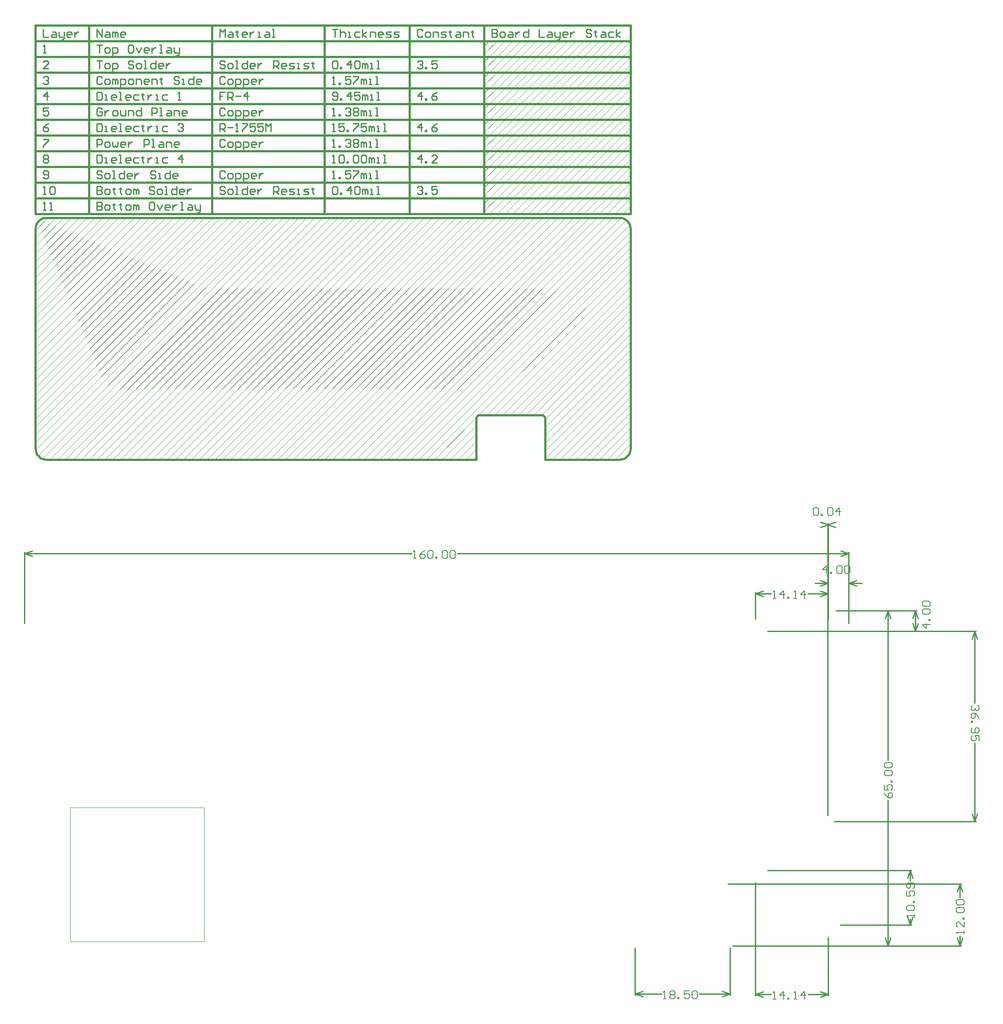
<source format=gm1>
G04 Layer_Color=16711935*
%FSAX25Y25*%
%MOIN*%
G70*
G01*
G75*
%ADD94C,0.00394*%
%ADD95C,0.01000*%
%ADD134C,0.00100*%
%ADD135C,0.01500*%
%ADD136C,0.00600*%
D94*
X0619319Y0108819D02*
Y0211181D01*
X0721681D01*
Y0108819D02*
Y0211181D01*
X0619319Y0108819D02*
X0721681D01*
D95*
X1198500Y0205022D02*
Y0428000D01*
X1198673Y0355004D02*
Y0428000D01*
X1198500Y0427000D02*
X1198587D01*
X1198673D01*
X1198500D02*
X1204500Y0425000D01*
X1198500Y0427000D02*
X1204500Y0429000D01*
X1192673D02*
X1198673Y0427000D01*
X1192673Y0425000D02*
X1198673Y0427000D01*
X1203272Y0200250D02*
X1311750D01*
X1152299Y0345705D02*
X1311750D01*
X1310750Y0200250D02*
Y0260409D01*
Y0290600D02*
Y0345705D01*
Y0200250D02*
X1312750Y0206250D01*
X1308750D02*
X1310750Y0200250D01*
X1308750Y0339705D02*
X1310750Y0345705D01*
X1312750Y0339705D01*
X1204595Y0105547D02*
X1245250D01*
X1204595Y0361453D02*
X1245250D01*
X1244250Y0105547D02*
Y0216804D01*
Y0246996D02*
Y0361453D01*
Y0105547D02*
X1246250Y0111547D01*
X1242250D02*
X1244250Y0105547D01*
X1242250Y0355453D02*
X1244250Y0361453D01*
X1246250Y0355453D01*
X1121917Y0152791D02*
X1300250D01*
X1125854Y0105547D02*
X1300250D01*
X1299250Y0142165D02*
Y0152791D01*
Y0105547D02*
Y0112973D01*
X1297250Y0146791D02*
X1299250Y0152791D01*
X1301250Y0146791D01*
X1299250Y0105547D02*
X1301250Y0111547D01*
X1297250D02*
X1299250Y0105547D01*
X1051035Y0067750D02*
Y0103563D01*
X1123870Y0067750D02*
Y0103563D01*
X1051035Y0068750D02*
X1071257D01*
X1100449D02*
X1123870D01*
X1051035D02*
X1057035Y0066750D01*
X1051035Y0068750D02*
X1057035Y0070750D01*
X1117870D02*
X1123870Y0068750D01*
X1117870Y0066750D02*
X1123870Y0068750D01*
X1214421Y0351626D02*
Y0383500D01*
X1198673Y0355004D02*
Y0383500D01*
X1188673Y0382500D02*
X1198673D01*
X1214421D02*
X1224421D01*
X1192673Y0384500D02*
X1198673Y0382500D01*
X1192673Y0380500D02*
X1198673Y0382500D01*
X1214421D02*
X1220421Y0380500D01*
X1214421Y0382500D02*
X1220421Y0384500D01*
X1204595Y0361453D02*
X1266250D01*
X1207972Y0345705D02*
X1266250D01*
X1265250Y0353579D02*
Y0361453D01*
Y0345705D02*
Y0353579D01*
X1263250Y0355453D02*
X1265250Y0361453D01*
X1267250Y0355453D01*
X1265250Y0345705D02*
X1267250Y0351705D01*
X1263250D02*
X1265250Y0345705D01*
X0584500Y0351626D02*
Y0406000D01*
X1214421Y0351626D02*
Y0406000D01*
X0584500Y0405000D02*
X0880266D01*
X0915455D02*
X1214421D01*
X0584500D02*
X0590500Y0403000D01*
X0584500Y0405000D02*
X0590500Y0407000D01*
X1208421D02*
X1214421Y0405000D01*
X1208421Y0403000D02*
X1214421Y0405000D01*
X1143000Y0355004D02*
Y0375250D01*
X1198673Y0355004D02*
Y0375250D01*
X1143000Y0374250D02*
X1155141D01*
X1183333D02*
X1198673D01*
X1143000D02*
X1149000Y0372250D01*
X1143000Y0374250D02*
X1149000Y0376250D01*
X1192673D02*
X1198673Y0374250D01*
X1192673Y0372250D02*
X1198673Y0374250D01*
X1143000Y0067250D02*
Y0153701D01*
X1198673Y0067250D02*
Y0111996D01*
X1143000Y0068250D02*
X1155141D01*
X1183333D02*
X1198673D01*
X1143000D02*
X1149000Y0066250D01*
X1143000Y0068250D02*
X1149000Y0070250D01*
X1192673D02*
X1198673Y0068250D01*
X1192673Y0066250D02*
X1198673Y0068250D01*
X1152299Y0163000D02*
X1262250D01*
X1207972Y0121295D02*
X1262250D01*
X1261250Y0155143D02*
Y0163000D01*
Y0121295D02*
Y0125952D01*
X1259250Y0157000D02*
X1261250Y0163000D01*
X1263250Y0157000D01*
X1261250Y0121295D02*
X1263250Y0127295D01*
X1259250D02*
X1261250Y0121295D01*
X0941662Y0805543D02*
Y0799545D01*
X0944661D01*
X0945660Y0800545D01*
Y0801544D01*
X0944661Y0802544D01*
X0941662D01*
X0944661D01*
X0945660Y0803544D01*
Y0804543D01*
X0944661Y0805543D01*
X0941662D01*
X0948660Y0799545D02*
X0950659D01*
X0951659Y0800545D01*
Y0802544D01*
X0950659Y0803544D01*
X0948660D01*
X0947660Y0802544D01*
Y0800545D01*
X0948660Y0799545D01*
X0954658Y0803544D02*
X0956657D01*
X0957657Y0802544D01*
Y0799545D01*
X0954658D01*
X0953658Y0800545D01*
X0954658Y0801544D01*
X0957657D01*
X0959656Y0803544D02*
Y0799545D01*
Y0801544D01*
X0960656Y0802544D01*
X0961655Y0803544D01*
X0962655D01*
X0969653Y0805543D02*
Y0799545D01*
X0966654D01*
X0965654Y0800545D01*
Y0802544D01*
X0966654Y0803544D01*
X0969653D01*
X0977650Y0805543D02*
Y0799545D01*
X0981649D01*
X0984648Y0803544D02*
X0986647D01*
X0987647Y0802544D01*
Y0799545D01*
X0984648D01*
X0983648Y0800545D01*
X0984648Y0801544D01*
X0987647D01*
X0989646Y0803544D02*
Y0800545D01*
X0990646Y0799545D01*
X0993645D01*
Y0798545D01*
X0992645Y0797546D01*
X0991646D01*
X0993645Y0799545D02*
Y0803544D01*
X0998643Y0799545D02*
X0996644D01*
X0995644Y0800545D01*
Y0802544D01*
X0996644Y0803544D01*
X0998643D01*
X0999643Y0802544D01*
Y0801544D01*
X0995644D01*
X1001642Y0803544D02*
Y0799545D01*
Y0801544D01*
X1002642Y0802544D01*
X1003642Y0803544D01*
X1004641D01*
X1017637Y0804543D02*
X1016638Y0805543D01*
X1014638D01*
X1013638Y0804543D01*
Y0803544D01*
X1014638Y0802544D01*
X1016638D01*
X1017637Y0801544D01*
Y0800545D01*
X1016638Y0799545D01*
X1014638D01*
X1013638Y0800545D01*
X1020636Y0804543D02*
Y0803544D01*
X1019637D01*
X1021636D01*
X1020636D01*
Y0800545D01*
X1021636Y0799545D01*
X1025635Y0803544D02*
X1027634D01*
X1028634Y0802544D01*
Y0799545D01*
X1025635D01*
X1024635Y0800545D01*
X1025635Y0801544D01*
X1028634D01*
X1034632Y0803544D02*
X1031633D01*
X1030633Y0802544D01*
Y0800545D01*
X1031633Y0799545D01*
X1034632D01*
X1036631D02*
Y0805543D01*
Y0801544D02*
X1039630Y0803544D01*
X1036631Y0801544D02*
X1039630Y0799545D01*
X0884676Y0780543D02*
X0885675Y0781543D01*
X0887675D01*
X0888674Y0780543D01*
Y0779544D01*
X0887675Y0778544D01*
X0886675D01*
X0887675D01*
X0888674Y0777544D01*
Y0776545D01*
X0887675Y0775545D01*
X0885675D01*
X0884676Y0776545D01*
X0890674Y0775545D02*
Y0776545D01*
X0891673D01*
Y0775545D01*
X0890674D01*
X0899671Y0781543D02*
X0895672D01*
Y0778544D01*
X0897672Y0779544D01*
X0898671D01*
X0899671Y0778544D01*
Y0776545D01*
X0898671Y0775545D01*
X0896672D01*
X0895672Y0776545D01*
X0887675Y0751545D02*
Y0757543D01*
X0884676Y0754544D01*
X0888674D01*
X0890674Y0751545D02*
Y0752545D01*
X0891673D01*
Y0751545D01*
X0890674D01*
X0899671Y0757543D02*
X0897672Y0756543D01*
X0895672Y0754544D01*
Y0752545D01*
X0896672Y0751545D01*
X0898671D01*
X0899671Y0752545D01*
Y0753544D01*
X0898671Y0754544D01*
X0895672D01*
X0887675Y0727545D02*
Y0733543D01*
X0884676Y0730544D01*
X0888674D01*
X0890674Y0727545D02*
Y0728545D01*
X0891673D01*
Y0727545D01*
X0890674D01*
X0899671Y0733543D02*
X0897672Y0732543D01*
X0895672Y0730544D01*
Y0728545D01*
X0896672Y0727545D01*
X0898671D01*
X0899671Y0728545D01*
Y0729544D01*
X0898671Y0730544D01*
X0895672D01*
X0887675Y0703545D02*
Y0709543D01*
X0884676Y0706544D01*
X0888674D01*
X0890674Y0703545D02*
Y0704545D01*
X0891673D01*
Y0703545D01*
X0890674D01*
X0899671D02*
X0895672D01*
X0899671Y0707544D01*
Y0708543D01*
X0898671Y0709543D01*
X0896672D01*
X0895672Y0708543D01*
X0884676Y0684543D02*
X0885675Y0685543D01*
X0887675D01*
X0888674Y0684543D01*
Y0683544D01*
X0887675Y0682544D01*
X0886675D01*
X0887675D01*
X0888674Y0681544D01*
Y0680545D01*
X0887675Y0679545D01*
X0885675D01*
X0884676Y0680545D01*
X0890674Y0679545D02*
Y0680545D01*
X0891673D01*
Y0679545D01*
X0890674D01*
X0899671Y0685543D02*
X0895672D01*
Y0682544D01*
X0897672Y0683544D01*
X0898671D01*
X0899671Y0682544D01*
Y0680545D01*
X0898671Y0679545D01*
X0896672D01*
X0895672Y0680545D01*
X0888674Y0804543D02*
X0887675Y0805543D01*
X0885675D01*
X0884676Y0804543D01*
Y0800545D01*
X0885675Y0799545D01*
X0887675D01*
X0888674Y0800545D01*
X0891673Y0799545D02*
X0893673D01*
X0894672Y0800545D01*
Y0802544D01*
X0893673Y0803544D01*
X0891673D01*
X0890674Y0802544D01*
Y0800545D01*
X0891673Y0799545D01*
X0896672D02*
Y0803544D01*
X0899671D01*
X0900671Y0802544D01*
Y0799545D01*
X0902670D02*
X0905669D01*
X0906668Y0800545D01*
X0905669Y0801544D01*
X0903669D01*
X0902670Y0802544D01*
X0903669Y0803544D01*
X0906668D01*
X0909668Y0804543D02*
Y0803544D01*
X0908668D01*
X0910667D01*
X0909668D01*
Y0800545D01*
X0910667Y0799545D01*
X0914666Y0803544D02*
X0916665D01*
X0917665Y0802544D01*
Y0799545D01*
X0914666D01*
X0913666Y0800545D01*
X0914666Y0801544D01*
X0917665D01*
X0919664Y0799545D02*
Y0803544D01*
X0922663D01*
X0923663Y0802544D01*
Y0799545D01*
X0926662Y0804543D02*
Y0803544D01*
X0925662D01*
X0927662D01*
X0926662D01*
Y0800545D01*
X0927662Y0799545D01*
X0819692Y0780543D02*
X0820692Y0781543D01*
X0822691D01*
X0823691Y0780543D01*
Y0776545D01*
X0822691Y0775545D01*
X0820692D01*
X0819692Y0776545D01*
Y0780543D01*
X0825690Y0775545D02*
Y0776545D01*
X0826690D01*
Y0775545D01*
X0825690D01*
X0833688D02*
Y0781543D01*
X0830689Y0778544D01*
X0834687D01*
X0836687Y0780543D02*
X0837686Y0781543D01*
X0839686D01*
X0840685Y0780543D01*
Y0776545D01*
X0839686Y0775545D01*
X0837686D01*
X0836687Y0776545D01*
Y0780543D01*
X0842685Y0775545D02*
Y0779544D01*
X0843684D01*
X0844684Y0778544D01*
Y0775545D01*
Y0778544D01*
X0845684Y0779544D01*
X0846683Y0778544D01*
Y0775545D01*
X0848683D02*
X0850682D01*
X0849683D01*
Y0779544D01*
X0848683D01*
X0853681Y0775545D02*
X0855680D01*
X0854681D01*
Y0781543D01*
X0853681D01*
X0819692Y0763545D02*
X0821692D01*
X0820692D01*
Y0769543D01*
X0819692Y0768543D01*
X0824691Y0763545D02*
Y0764545D01*
X0825690D01*
Y0763545D01*
X0824691D01*
X0833688Y0769543D02*
X0829689D01*
Y0766544D01*
X0831688Y0767544D01*
X0832688D01*
X0833688Y0766544D01*
Y0764545D01*
X0832688Y0763545D01*
X0830689D01*
X0829689Y0764545D01*
X0835687Y0769543D02*
X0839686D01*
Y0768543D01*
X0835687Y0764545D01*
Y0763545D01*
X0841685D02*
Y0767544D01*
X0842685D01*
X0843684Y0766544D01*
Y0763545D01*
Y0766544D01*
X0844684Y0767544D01*
X0845684Y0766544D01*
Y0763545D01*
X0847683D02*
X0849682D01*
X0848683D01*
Y0767544D01*
X0847683D01*
X0852682Y0763545D02*
X0854681D01*
X0853681D01*
Y0769543D01*
X0852682D01*
X0819692Y0752545D02*
X0820692Y0751545D01*
X0822691D01*
X0823691Y0752545D01*
Y0756543D01*
X0822691Y0757543D01*
X0820692D01*
X0819692Y0756543D01*
Y0755544D01*
X0820692Y0754544D01*
X0823691D01*
X0825690Y0751545D02*
Y0752545D01*
X0826690D01*
Y0751545D01*
X0825690D01*
X0833688D02*
Y0757543D01*
X0830689Y0754544D01*
X0834687D01*
X0840685Y0757543D02*
X0836687D01*
Y0754544D01*
X0838686Y0755544D01*
X0839686D01*
X0840685Y0754544D01*
Y0752545D01*
X0839686Y0751545D01*
X0837686D01*
X0836687Y0752545D01*
X0842685Y0751545D02*
Y0755544D01*
X0843684D01*
X0844684Y0754544D01*
Y0751545D01*
Y0754544D01*
X0845684Y0755544D01*
X0846683Y0754544D01*
Y0751545D01*
X0848683D02*
X0850682D01*
X0849683D01*
Y0755544D01*
X0848683D01*
X0853681Y0751545D02*
X0855680D01*
X0854681D01*
Y0757543D01*
X0853681D01*
X0819692Y0739545D02*
X0821692D01*
X0820692D01*
Y0745543D01*
X0819692Y0744543D01*
X0824691Y0739545D02*
Y0740545D01*
X0825690D01*
Y0739545D01*
X0824691D01*
X0829689Y0744543D02*
X0830689Y0745543D01*
X0832688D01*
X0833688Y0744543D01*
Y0743544D01*
X0832688Y0742544D01*
X0831688D01*
X0832688D01*
X0833688Y0741544D01*
Y0740545D01*
X0832688Y0739545D01*
X0830689D01*
X0829689Y0740545D01*
X0835687Y0744543D02*
X0836687Y0745543D01*
X0838686D01*
X0839686Y0744543D01*
Y0743544D01*
X0838686Y0742544D01*
X0839686Y0741544D01*
Y0740545D01*
X0838686Y0739545D01*
X0836687D01*
X0835687Y0740545D01*
Y0741544D01*
X0836687Y0742544D01*
X0835687Y0743544D01*
Y0744543D01*
X0836687Y0742544D02*
X0838686D01*
X0841685Y0739545D02*
Y0743544D01*
X0842685D01*
X0843684Y0742544D01*
Y0739545D01*
Y0742544D01*
X0844684Y0743544D01*
X0845684Y0742544D01*
Y0739545D01*
X0847683D02*
X0849682D01*
X0848683D01*
Y0743544D01*
X0847683D01*
X0852682Y0739545D02*
X0854681D01*
X0853681D01*
Y0745543D01*
X0852682D01*
X0819692Y0727545D02*
X0821692D01*
X0820692D01*
Y0733543D01*
X0819692Y0732543D01*
X0828689Y0733543D02*
X0824691D01*
Y0730544D01*
X0826690Y0731544D01*
X0827690D01*
X0828689Y0730544D01*
Y0728545D01*
X0827690Y0727545D01*
X0825690D01*
X0824691Y0728545D01*
X0830689Y0727545D02*
Y0728545D01*
X0831688D01*
Y0727545D01*
X0830689D01*
X0835687Y0733543D02*
X0839686D01*
Y0732543D01*
X0835687Y0728545D01*
Y0727545D01*
X0845684Y0733543D02*
X0841685D01*
Y0730544D01*
X0843684Y0731544D01*
X0844684D01*
X0845684Y0730544D01*
Y0728545D01*
X0844684Y0727545D01*
X0842685D01*
X0841685Y0728545D01*
X0847683Y0727545D02*
Y0731544D01*
X0848683D01*
X0849682Y0730544D01*
Y0727545D01*
Y0730544D01*
X0850682Y0731544D01*
X0851682Y0730544D01*
Y0727545D01*
X0853681D02*
X0855680D01*
X0854681D01*
Y0731544D01*
X0853681D01*
X0858679Y0727545D02*
X0860679D01*
X0859679D01*
Y0733543D01*
X0858679D01*
X0819692Y0715545D02*
X0821692D01*
X0820692D01*
Y0721543D01*
X0819692Y0720543D01*
X0824691Y0715545D02*
Y0716545D01*
X0825690D01*
Y0715545D01*
X0824691D01*
X0829689Y0720543D02*
X0830689Y0721543D01*
X0832688D01*
X0833688Y0720543D01*
Y0719544D01*
X0832688Y0718544D01*
X0831688D01*
X0832688D01*
X0833688Y0717544D01*
Y0716545D01*
X0832688Y0715545D01*
X0830689D01*
X0829689Y0716545D01*
X0835687Y0720543D02*
X0836687Y0721543D01*
X0838686D01*
X0839686Y0720543D01*
Y0719544D01*
X0838686Y0718544D01*
X0839686Y0717544D01*
Y0716545D01*
X0838686Y0715545D01*
X0836687D01*
X0835687Y0716545D01*
Y0717544D01*
X0836687Y0718544D01*
X0835687Y0719544D01*
Y0720543D01*
X0836687Y0718544D02*
X0838686D01*
X0841685Y0715545D02*
Y0719544D01*
X0842685D01*
X0843684Y0718544D01*
Y0715545D01*
Y0718544D01*
X0844684Y0719544D01*
X0845684Y0718544D01*
Y0715545D01*
X0847683D02*
X0849682D01*
X0848683D01*
Y0719544D01*
X0847683D01*
X0852682Y0715545D02*
X0854681D01*
X0853681D01*
Y0721543D01*
X0852682D01*
X0819692Y0703545D02*
X0821692D01*
X0820692D01*
Y0709543D01*
X0819692Y0708543D01*
X0824691D02*
X0825690Y0709543D01*
X0827690D01*
X0828689Y0708543D01*
Y0704545D01*
X0827690Y0703545D01*
X0825690D01*
X0824691Y0704545D01*
Y0708543D01*
X0830689Y0703545D02*
Y0704545D01*
X0831688D01*
Y0703545D01*
X0830689D01*
X0835687Y0708543D02*
X0836687Y0709543D01*
X0838686D01*
X0839686Y0708543D01*
Y0704545D01*
X0838686Y0703545D01*
X0836687D01*
X0835687Y0704545D01*
Y0708543D01*
X0841685D02*
X0842685Y0709543D01*
X0844684D01*
X0845684Y0708543D01*
Y0704545D01*
X0844684Y0703545D01*
X0842685D01*
X0841685Y0704545D01*
Y0708543D01*
X0847683Y0703545D02*
Y0707544D01*
X0848683D01*
X0849682Y0706544D01*
Y0703545D01*
Y0706544D01*
X0850682Y0707544D01*
X0851682Y0706544D01*
Y0703545D01*
X0853681D02*
X0855680D01*
X0854681D01*
Y0707544D01*
X0853681D01*
X0858679Y0703545D02*
X0860679D01*
X0859679D01*
Y0709543D01*
X0858679D01*
X0819692Y0691545D02*
X0821692D01*
X0820692D01*
Y0697543D01*
X0819692Y0696543D01*
X0824691Y0691545D02*
Y0692545D01*
X0825690D01*
Y0691545D01*
X0824691D01*
X0833688Y0697543D02*
X0829689D01*
Y0694544D01*
X0831688Y0695544D01*
X0832688D01*
X0833688Y0694544D01*
Y0692545D01*
X0832688Y0691545D01*
X0830689D01*
X0829689Y0692545D01*
X0835687Y0697543D02*
X0839686D01*
Y0696543D01*
X0835687Y0692545D01*
Y0691545D01*
X0841685D02*
Y0695544D01*
X0842685D01*
X0843684Y0694544D01*
Y0691545D01*
Y0694544D01*
X0844684Y0695544D01*
X0845684Y0694544D01*
Y0691545D01*
X0847683D02*
X0849682D01*
X0848683D01*
Y0695544D01*
X0847683D01*
X0852682Y0691545D02*
X0854681D01*
X0853681D01*
Y0697543D01*
X0852682D01*
X0819692Y0684543D02*
X0820692Y0685543D01*
X0822691D01*
X0823691Y0684543D01*
Y0680545D01*
X0822691Y0679545D01*
X0820692D01*
X0819692Y0680545D01*
Y0684543D01*
X0825690Y0679545D02*
Y0680545D01*
X0826690D01*
Y0679545D01*
X0825690D01*
X0833688D02*
Y0685543D01*
X0830689Y0682544D01*
X0834687D01*
X0836687Y0684543D02*
X0837686Y0685543D01*
X0839686D01*
X0840685Y0684543D01*
Y0680545D01*
X0839686Y0679545D01*
X0837686D01*
X0836687Y0680545D01*
Y0684543D01*
X0842685Y0679545D02*
Y0683544D01*
X0843684D01*
X0844684Y0682544D01*
Y0679545D01*
Y0682544D01*
X0845684Y0683544D01*
X0846683Y0682544D01*
Y0679545D01*
X0848683D02*
X0850682D01*
X0849683D01*
Y0683544D01*
X0848683D01*
X0853681Y0679545D02*
X0855680D01*
X0854681D01*
Y0685543D01*
X0853681D01*
X0819692Y0805543D02*
X0823691D01*
X0821692D01*
Y0799545D01*
X0825690Y0805543D02*
Y0799545D01*
Y0802544D01*
X0826690Y0803544D01*
X0828689D01*
X0829689Y0802544D01*
Y0799545D01*
X0831688D02*
X0833688D01*
X0832688D01*
Y0803544D01*
X0831688D01*
X0840685D02*
X0837686D01*
X0836687Y0802544D01*
Y0800545D01*
X0837686Y0799545D01*
X0840685D01*
X0842685D02*
Y0805543D01*
Y0801544D02*
X0845684Y0803544D01*
X0842685Y0801544D02*
X0845684Y0799545D01*
X0848683D02*
Y0803544D01*
X0851682D01*
X0852682Y0802544D01*
Y0799545D01*
X0857680D02*
X0855680D01*
X0854681Y0800545D01*
Y0802544D01*
X0855680Y0803544D01*
X0857680D01*
X0858679Y0802544D01*
Y0801544D01*
X0854681D01*
X0860679Y0799545D02*
X0863678D01*
X0864678Y0800545D01*
X0863678Y0801544D01*
X0861679D01*
X0860679Y0802544D01*
X0861679Y0803544D01*
X0864678D01*
X0866677Y0799545D02*
X0869676D01*
X0870676Y0800545D01*
X0869676Y0801544D01*
X0867677D01*
X0866677Y0802544D01*
X0867677Y0803544D01*
X0870676D01*
X0737714Y0780543D02*
X0736715Y0781543D01*
X0734715D01*
X0733715Y0780543D01*
Y0779544D01*
X0734715Y0778544D01*
X0736715D01*
X0737714Y0777544D01*
Y0776545D01*
X0736715Y0775545D01*
X0734715D01*
X0733715Y0776545D01*
X0740713Y0775545D02*
X0742712D01*
X0743712Y0776545D01*
Y0778544D01*
X0742712Y0779544D01*
X0740713D01*
X0739713Y0778544D01*
Y0776545D01*
X0740713Y0775545D01*
X0745712D02*
X0747711D01*
X0746711D01*
Y0781543D01*
X0745712D01*
X0754709D02*
Y0775545D01*
X0751710D01*
X0750710Y0776545D01*
Y0778544D01*
X0751710Y0779544D01*
X0754709D01*
X0759707Y0775545D02*
X0757708D01*
X0756708Y0776545D01*
Y0778544D01*
X0757708Y0779544D01*
X0759707D01*
X0760707Y0778544D01*
Y0777544D01*
X0756708D01*
X0762706Y0779544D02*
Y0775545D01*
Y0777544D01*
X0763706Y0778544D01*
X0764705Y0779544D01*
X0765705D01*
X0774702Y0775545D02*
Y0781543D01*
X0777701D01*
X0778701Y0780543D01*
Y0778544D01*
X0777701Y0777544D01*
X0774702D01*
X0776701D02*
X0778701Y0775545D01*
X0783699D02*
X0781700D01*
X0780700Y0776545D01*
Y0778544D01*
X0781700Y0779544D01*
X0783699D01*
X0784699Y0778544D01*
Y0777544D01*
X0780700D01*
X0786698Y0775545D02*
X0789697D01*
X0790697Y0776545D01*
X0789697Y0777544D01*
X0787698D01*
X0786698Y0778544D01*
X0787698Y0779544D01*
X0790697D01*
X0792696Y0775545D02*
X0794696D01*
X0793696D01*
Y0779544D01*
X0792696D01*
X0797695Y0775545D02*
X0800694D01*
X0801694Y0776545D01*
X0800694Y0777544D01*
X0798694D01*
X0797695Y0778544D01*
X0798694Y0779544D01*
X0801694D01*
X0804692Y0780543D02*
Y0779544D01*
X0803693D01*
X0805692D01*
X0804692D01*
Y0776545D01*
X0805692Y0775545D01*
X0737714Y0768543D02*
X0736715Y0769543D01*
X0734715D01*
X0733715Y0768543D01*
Y0764545D01*
X0734715Y0763545D01*
X0736715D01*
X0737714Y0764545D01*
X0740713Y0763545D02*
X0742712D01*
X0743712Y0764545D01*
Y0766544D01*
X0742712Y0767544D01*
X0740713D01*
X0739713Y0766544D01*
Y0764545D01*
X0740713Y0763545D01*
X0745712Y0761546D02*
Y0767544D01*
X0748711D01*
X0749710Y0766544D01*
Y0764545D01*
X0748711Y0763545D01*
X0745712D01*
X0751710Y0761546D02*
Y0767544D01*
X0754709D01*
X0755708Y0766544D01*
Y0764545D01*
X0754709Y0763545D01*
X0751710D01*
X0760707D02*
X0758707D01*
X0757708Y0764545D01*
Y0766544D01*
X0758707Y0767544D01*
X0760707D01*
X0761706Y0766544D01*
Y0765544D01*
X0757708D01*
X0763706Y0767544D02*
Y0763545D01*
Y0765544D01*
X0764705Y0766544D01*
X0765705Y0767544D01*
X0766705D01*
X0737714Y0757543D02*
X0733715D01*
Y0754544D01*
X0735715D01*
X0733715D01*
Y0751545D01*
X0739713D02*
Y0757543D01*
X0742712D01*
X0743712Y0756543D01*
Y0754544D01*
X0742712Y0753544D01*
X0739713D01*
X0741713D02*
X0743712Y0751545D01*
X0745712Y0754544D02*
X0749710D01*
X0754709Y0751545D02*
Y0757543D01*
X0751710Y0754544D01*
X0755708D01*
X0737714Y0744543D02*
X0736715Y0745543D01*
X0734715D01*
X0733715Y0744543D01*
Y0740545D01*
X0734715Y0739545D01*
X0736715D01*
X0737714Y0740545D01*
X0740713Y0739545D02*
X0742712D01*
X0743712Y0740545D01*
Y0742544D01*
X0742712Y0743544D01*
X0740713D01*
X0739713Y0742544D01*
Y0740545D01*
X0740713Y0739545D01*
X0745712Y0737546D02*
Y0743544D01*
X0748711D01*
X0749710Y0742544D01*
Y0740545D01*
X0748711Y0739545D01*
X0745712D01*
X0751710Y0737546D02*
Y0743544D01*
X0754709D01*
X0755708Y0742544D01*
Y0740545D01*
X0754709Y0739545D01*
X0751710D01*
X0760707D02*
X0758707D01*
X0757708Y0740545D01*
Y0742544D01*
X0758707Y0743544D01*
X0760707D01*
X0761706Y0742544D01*
Y0741544D01*
X0757708D01*
X0763706Y0743544D02*
Y0739545D01*
Y0741544D01*
X0764705Y0742544D01*
X0765705Y0743544D01*
X0766705D01*
X0733715Y0727545D02*
Y0733543D01*
X0736715D01*
X0737714Y0732543D01*
Y0730544D01*
X0736715Y0729544D01*
X0733715D01*
X0735715D02*
X0737714Y0727545D01*
X0739713Y0730544D02*
X0743712D01*
X0745712Y0727545D02*
X0747711D01*
X0746711D01*
Y0733543D01*
X0745712Y0732543D01*
X0750710Y0733543D02*
X0754709D01*
Y0732543D01*
X0750710Y0728545D01*
Y0727545D01*
X0760707Y0733543D02*
X0756708D01*
Y0730544D01*
X0758707Y0731544D01*
X0759707D01*
X0760707Y0730544D01*
Y0728545D01*
X0759707Y0727545D01*
X0757708D01*
X0756708Y0728545D01*
X0766705Y0733543D02*
X0762706D01*
Y0730544D01*
X0764705Y0731544D01*
X0765705D01*
X0766705Y0730544D01*
Y0728545D01*
X0765705Y0727545D01*
X0763706D01*
X0762706Y0728545D01*
X0768704Y0727545D02*
Y0733543D01*
X0770704Y0731544D01*
X0772703Y0733543D01*
Y0727545D01*
X0737714Y0720543D02*
X0736715Y0721543D01*
X0734715D01*
X0733715Y0720543D01*
Y0716545D01*
X0734715Y0715545D01*
X0736715D01*
X0737714Y0716545D01*
X0740713Y0715545D02*
X0742712D01*
X0743712Y0716545D01*
Y0718544D01*
X0742712Y0719544D01*
X0740713D01*
X0739713Y0718544D01*
Y0716545D01*
X0740713Y0715545D01*
X0745712Y0713546D02*
Y0719544D01*
X0748711D01*
X0749710Y0718544D01*
Y0716545D01*
X0748711Y0715545D01*
X0745712D01*
X0751710Y0713546D02*
Y0719544D01*
X0754709D01*
X0755708Y0718544D01*
Y0716545D01*
X0754709Y0715545D01*
X0751710D01*
X0760707D02*
X0758707D01*
X0757708Y0716545D01*
Y0718544D01*
X0758707Y0719544D01*
X0760707D01*
X0761706Y0718544D01*
Y0717544D01*
X0757708D01*
X0763706Y0719544D02*
Y0715545D01*
Y0717544D01*
X0764705Y0718544D01*
X0765705Y0719544D01*
X0766705D01*
X0737714Y0696543D02*
X0736715Y0697543D01*
X0734715D01*
X0733715Y0696543D01*
Y0692545D01*
X0734715Y0691545D01*
X0736715D01*
X0737714Y0692545D01*
X0740713Y0691545D02*
X0742712D01*
X0743712Y0692545D01*
Y0694544D01*
X0742712Y0695544D01*
X0740713D01*
X0739713Y0694544D01*
Y0692545D01*
X0740713Y0691545D01*
X0745712Y0689546D02*
Y0695544D01*
X0748711D01*
X0749710Y0694544D01*
Y0692545D01*
X0748711Y0691545D01*
X0745712D01*
X0751710Y0689546D02*
Y0695544D01*
X0754709D01*
X0755708Y0694544D01*
Y0692545D01*
X0754709Y0691545D01*
X0751710D01*
X0760707D02*
X0758707D01*
X0757708Y0692545D01*
Y0694544D01*
X0758707Y0695544D01*
X0760707D01*
X0761706Y0694544D01*
Y0693544D01*
X0757708D01*
X0763706Y0695544D02*
Y0691545D01*
Y0693544D01*
X0764705Y0694544D01*
X0765705Y0695544D01*
X0766705D01*
X0737714Y0684543D02*
X0736715Y0685543D01*
X0734715D01*
X0733715Y0684543D01*
Y0683544D01*
X0734715Y0682544D01*
X0736715D01*
X0737714Y0681544D01*
Y0680545D01*
X0736715Y0679545D01*
X0734715D01*
X0733715Y0680545D01*
X0740713Y0679545D02*
X0742712D01*
X0743712Y0680545D01*
Y0682544D01*
X0742712Y0683544D01*
X0740713D01*
X0739713Y0682544D01*
Y0680545D01*
X0740713Y0679545D01*
X0745712D02*
X0747711D01*
X0746711D01*
Y0685543D01*
X0745712D01*
X0754709D02*
Y0679545D01*
X0751710D01*
X0750710Y0680545D01*
Y0682544D01*
X0751710Y0683544D01*
X0754709D01*
X0759707Y0679545D02*
X0757708D01*
X0756708Y0680545D01*
Y0682544D01*
X0757708Y0683544D01*
X0759707D01*
X0760707Y0682544D01*
Y0681544D01*
X0756708D01*
X0762706Y0683544D02*
Y0679545D01*
Y0681544D01*
X0763706Y0682544D01*
X0764705Y0683544D01*
X0765705D01*
X0774702Y0679545D02*
Y0685543D01*
X0777701D01*
X0778701Y0684543D01*
Y0682544D01*
X0777701Y0681544D01*
X0774702D01*
X0776701D02*
X0778701Y0679545D01*
X0783699D02*
X0781700D01*
X0780700Y0680545D01*
Y0682544D01*
X0781700Y0683544D01*
X0783699D01*
X0784699Y0682544D01*
Y0681544D01*
X0780700D01*
X0786698Y0679545D02*
X0789697D01*
X0790697Y0680545D01*
X0789697Y0681544D01*
X0787698D01*
X0786698Y0682544D01*
X0787698Y0683544D01*
X0790697D01*
X0792696Y0679545D02*
X0794696D01*
X0793696D01*
Y0683544D01*
X0792696D01*
X0797695Y0679545D02*
X0800694D01*
X0801694Y0680545D01*
X0800694Y0681544D01*
X0798694D01*
X0797695Y0682544D01*
X0798694Y0683544D01*
X0801694D01*
X0804692Y0684543D02*
Y0683544D01*
X0803693D01*
X0805692D01*
X0804692D01*
Y0680545D01*
X0805692Y0679545D01*
X0733715Y0799545D02*
Y0805543D01*
X0735715Y0803544D01*
X0737714Y0805543D01*
Y0799545D01*
X0740713Y0803544D02*
X0742712D01*
X0743712Y0802544D01*
Y0799545D01*
X0740713D01*
X0739713Y0800545D01*
X0740713Y0801544D01*
X0743712D01*
X0746711Y0804543D02*
Y0803544D01*
X0745712D01*
X0747711D01*
X0746711D01*
Y0800545D01*
X0747711Y0799545D01*
X0753709D02*
X0751710D01*
X0750710Y0800545D01*
Y0802544D01*
X0751710Y0803544D01*
X0753709D01*
X0754709Y0802544D01*
Y0801544D01*
X0750710D01*
X0756708Y0803544D02*
Y0799545D01*
Y0801544D01*
X0757708Y0802544D01*
X0758707Y0803544D01*
X0759707D01*
X0762706Y0799545D02*
X0764705D01*
X0763706D01*
Y0803544D01*
X0762706D01*
X0768704D02*
X0770704D01*
X0771703Y0802544D01*
Y0799545D01*
X0768704D01*
X0767704Y0800545D01*
X0768704Y0801544D01*
X0771703D01*
X0773702Y0799545D02*
X0775702D01*
X0774702D01*
Y0805543D01*
X0773702D01*
X0639741Y0793543D02*
X0643740D01*
X0641741D01*
Y0787545D01*
X0646739D02*
X0648738D01*
X0649738Y0788545D01*
Y0790544D01*
X0648738Y0791544D01*
X0646739D01*
X0645739Y0790544D01*
Y0788545D01*
X0646739Y0787545D01*
X0651737Y0785546D02*
Y0791544D01*
X0654737D01*
X0655736Y0790544D01*
Y0788545D01*
X0654737Y0787545D01*
X0651737D01*
X0666733Y0793543D02*
X0664733D01*
X0663734Y0792543D01*
Y0788545D01*
X0664733Y0787545D01*
X0666733D01*
X0667732Y0788545D01*
Y0792543D01*
X0666733Y0793543D01*
X0669732Y0791544D02*
X0671731Y0787545D01*
X0673730Y0791544D01*
X0678729Y0787545D02*
X0676729D01*
X0675730Y0788545D01*
Y0790544D01*
X0676729Y0791544D01*
X0678729D01*
X0679728Y0790544D01*
Y0789544D01*
X0675730D01*
X0681728Y0791544D02*
Y0787545D01*
Y0789544D01*
X0682727Y0790544D01*
X0683727Y0791544D01*
X0684727D01*
X0687726Y0787545D02*
X0689725D01*
X0688726D01*
Y0793543D01*
X0687726D01*
X0693724Y0791544D02*
X0695723D01*
X0696723Y0790544D01*
Y0787545D01*
X0693724D01*
X0692724Y0788545D01*
X0693724Y0789544D01*
X0696723D01*
X0698722Y0791544D02*
Y0788545D01*
X0699722Y0787545D01*
X0702721D01*
Y0786545D01*
X0701721Y0785546D01*
X0700722D01*
X0702721Y0787545D02*
Y0791544D01*
X0639741Y0781543D02*
X0643740D01*
X0641741D01*
Y0775545D01*
X0646739D02*
X0648738D01*
X0649738Y0776545D01*
Y0778544D01*
X0648738Y0779544D01*
X0646739D01*
X0645739Y0778544D01*
Y0776545D01*
X0646739Y0775545D01*
X0651737Y0773546D02*
Y0779544D01*
X0654737D01*
X0655736Y0778544D01*
Y0776545D01*
X0654737Y0775545D01*
X0651737D01*
X0667732Y0780543D02*
X0666733Y0781543D01*
X0664733D01*
X0663734Y0780543D01*
Y0779544D01*
X0664733Y0778544D01*
X0666733D01*
X0667732Y0777544D01*
Y0776545D01*
X0666733Y0775545D01*
X0664733D01*
X0663734Y0776545D01*
X0670731Y0775545D02*
X0672731D01*
X0673730Y0776545D01*
Y0778544D01*
X0672731Y0779544D01*
X0670731D01*
X0669732Y0778544D01*
Y0776545D01*
X0670731Y0775545D01*
X0675730D02*
X0677729D01*
X0676729D01*
Y0781543D01*
X0675730D01*
X0684727D02*
Y0775545D01*
X0681728D01*
X0680728Y0776545D01*
Y0778544D01*
X0681728Y0779544D01*
X0684727D01*
X0689725Y0775545D02*
X0687726D01*
X0686726Y0776545D01*
Y0778544D01*
X0687726Y0779544D01*
X0689725D01*
X0690725Y0778544D01*
Y0777544D01*
X0686726D01*
X0692724Y0779544D02*
Y0775545D01*
Y0777544D01*
X0693724Y0778544D01*
X0694724Y0779544D01*
X0695723D01*
X0643740Y0768543D02*
X0642740Y0769543D01*
X0640741D01*
X0639741Y0768543D01*
Y0764545D01*
X0640741Y0763545D01*
X0642740D01*
X0643740Y0764545D01*
X0646739Y0763545D02*
X0648738D01*
X0649738Y0764545D01*
Y0766544D01*
X0648738Y0767544D01*
X0646739D01*
X0645739Y0766544D01*
Y0764545D01*
X0646739Y0763545D01*
X0651737D02*
Y0767544D01*
X0652737D01*
X0653737Y0766544D01*
Y0763545D01*
Y0766544D01*
X0654737Y0767544D01*
X0655736Y0766544D01*
Y0763545D01*
X0657735Y0761546D02*
Y0767544D01*
X0660735D01*
X0661734Y0766544D01*
Y0764545D01*
X0660735Y0763545D01*
X0657735D01*
X0664733D02*
X0666733D01*
X0667732Y0764545D01*
Y0766544D01*
X0666733Y0767544D01*
X0664733D01*
X0663734Y0766544D01*
Y0764545D01*
X0664733Y0763545D01*
X0669732D02*
Y0767544D01*
X0672731D01*
X0673730Y0766544D01*
Y0763545D01*
X0678729D02*
X0676729D01*
X0675730Y0764545D01*
Y0766544D01*
X0676729Y0767544D01*
X0678729D01*
X0679728Y0766544D01*
Y0765544D01*
X0675730D01*
X0681728Y0763545D02*
Y0767544D01*
X0684727D01*
X0685726Y0766544D01*
Y0763545D01*
X0688726Y0768543D02*
Y0767544D01*
X0687726D01*
X0689725D01*
X0688726D01*
Y0764545D01*
X0689725Y0763545D01*
X0702721Y0768543D02*
X0701721Y0769543D01*
X0699722D01*
X0698722Y0768543D01*
Y0767544D01*
X0699722Y0766544D01*
X0701721D01*
X0702721Y0765544D01*
Y0764545D01*
X0701721Y0763545D01*
X0699722D01*
X0698722Y0764545D01*
X0704720Y0763545D02*
X0706720D01*
X0705720D01*
Y0767544D01*
X0704720D01*
X0713717Y0769543D02*
Y0763545D01*
X0710718D01*
X0709719Y0764545D01*
Y0766544D01*
X0710718Y0767544D01*
X0713717D01*
X0718716Y0763545D02*
X0716716D01*
X0715717Y0764545D01*
Y0766544D01*
X0716716Y0767544D01*
X0718716D01*
X0719715Y0766544D01*
Y0765544D01*
X0715717D01*
X0639741Y0757543D02*
Y0751545D01*
X0642740D01*
X0643740Y0752545D01*
Y0756543D01*
X0642740Y0757543D01*
X0639741D01*
X0645739Y0751545D02*
X0647739D01*
X0646739D01*
Y0755544D01*
X0645739D01*
X0653737Y0751545D02*
X0651737D01*
X0650738Y0752545D01*
Y0754544D01*
X0651737Y0755544D01*
X0653737D01*
X0654737Y0754544D01*
Y0753544D01*
X0650738D01*
X0656736Y0751545D02*
X0658735D01*
X0657735D01*
Y0757543D01*
X0656736D01*
X0664733Y0751545D02*
X0662734D01*
X0661734Y0752545D01*
Y0754544D01*
X0662734Y0755544D01*
X0664733D01*
X0665733Y0754544D01*
Y0753544D01*
X0661734D01*
X0671731Y0755544D02*
X0668732D01*
X0667732Y0754544D01*
Y0752545D01*
X0668732Y0751545D01*
X0671731D01*
X0674730Y0756543D02*
Y0755544D01*
X0673730D01*
X0675730D01*
X0674730D01*
Y0752545D01*
X0675730Y0751545D01*
X0678729Y0755544D02*
Y0751545D01*
Y0753544D01*
X0679728Y0754544D01*
X0680728Y0755544D01*
X0681728D01*
X0684727Y0751545D02*
X0686726D01*
X0685726D01*
Y0755544D01*
X0684727D01*
X0693724D02*
X0690725D01*
X0689725Y0754544D01*
Y0752545D01*
X0690725Y0751545D01*
X0693724D01*
X0701721D02*
X0703721D01*
X0702721D01*
Y0757543D01*
X0701721Y0756543D01*
X0643740Y0744543D02*
X0642740Y0745543D01*
X0640741D01*
X0639741Y0744543D01*
Y0740545D01*
X0640741Y0739545D01*
X0642740D01*
X0643740Y0740545D01*
Y0742544D01*
X0641741D01*
X0645739Y0743544D02*
Y0739545D01*
Y0741544D01*
X0646739Y0742544D01*
X0647739Y0743544D01*
X0648738D01*
X0652737Y0739545D02*
X0654737D01*
X0655736Y0740545D01*
Y0742544D01*
X0654737Y0743544D01*
X0652737D01*
X0651737Y0742544D01*
Y0740545D01*
X0652737Y0739545D01*
X0657735Y0743544D02*
Y0740545D01*
X0658735Y0739545D01*
X0661734D01*
Y0743544D01*
X0663734Y0739545D02*
Y0743544D01*
X0666733D01*
X0667732Y0742544D01*
Y0739545D01*
X0673730Y0745543D02*
Y0739545D01*
X0670731D01*
X0669732Y0740545D01*
Y0742544D01*
X0670731Y0743544D01*
X0673730D01*
X0681728Y0739545D02*
Y0745543D01*
X0684727D01*
X0685726Y0744543D01*
Y0742544D01*
X0684727Y0741544D01*
X0681728D01*
X0687726Y0739545D02*
X0689725D01*
X0688726D01*
Y0745543D01*
X0687726D01*
X0693724Y0743544D02*
X0695723D01*
X0696723Y0742544D01*
Y0739545D01*
X0693724D01*
X0692724Y0740545D01*
X0693724Y0741544D01*
X0696723D01*
X0698722Y0739545D02*
Y0743544D01*
X0701721D01*
X0702721Y0742544D01*
Y0739545D01*
X0707719D02*
X0705720D01*
X0704720Y0740545D01*
Y0742544D01*
X0705720Y0743544D01*
X0707719D01*
X0708719Y0742544D01*
Y0741544D01*
X0704720D01*
X0639741Y0733543D02*
Y0727545D01*
X0642740D01*
X0643740Y0728545D01*
Y0732543D01*
X0642740Y0733543D01*
X0639741D01*
X0645739Y0727545D02*
X0647739D01*
X0646739D01*
Y0731544D01*
X0645739D01*
X0653737Y0727545D02*
X0651737D01*
X0650738Y0728545D01*
Y0730544D01*
X0651737Y0731544D01*
X0653737D01*
X0654737Y0730544D01*
Y0729544D01*
X0650738D01*
X0656736Y0727545D02*
X0658735D01*
X0657735D01*
Y0733543D01*
X0656736D01*
X0664733Y0727545D02*
X0662734D01*
X0661734Y0728545D01*
Y0730544D01*
X0662734Y0731544D01*
X0664733D01*
X0665733Y0730544D01*
Y0729544D01*
X0661734D01*
X0671731Y0731544D02*
X0668732D01*
X0667732Y0730544D01*
Y0728545D01*
X0668732Y0727545D01*
X0671731D01*
X0674730Y0732543D02*
Y0731544D01*
X0673730D01*
X0675730D01*
X0674730D01*
Y0728545D01*
X0675730Y0727545D01*
X0678729Y0731544D02*
Y0727545D01*
Y0729544D01*
X0679728Y0730544D01*
X0680728Y0731544D01*
X0681728D01*
X0684727Y0727545D02*
X0686726D01*
X0685726D01*
Y0731544D01*
X0684727D01*
X0693724D02*
X0690725D01*
X0689725Y0730544D01*
Y0728545D01*
X0690725Y0727545D01*
X0693724D01*
X0701721Y0732543D02*
X0702721Y0733543D01*
X0704720D01*
X0705720Y0732543D01*
Y0731544D01*
X0704720Y0730544D01*
X0703721D01*
X0704720D01*
X0705720Y0729544D01*
Y0728545D01*
X0704720Y0727545D01*
X0702721D01*
X0701721Y0728545D01*
X0639741Y0715545D02*
Y0721543D01*
X0642740D01*
X0643740Y0720543D01*
Y0718544D01*
X0642740Y0717544D01*
X0639741D01*
X0646739Y0715545D02*
X0648738D01*
X0649738Y0716545D01*
Y0718544D01*
X0648738Y0719544D01*
X0646739D01*
X0645739Y0718544D01*
Y0716545D01*
X0646739Y0715545D01*
X0651737Y0719544D02*
Y0716545D01*
X0652737Y0715545D01*
X0653737Y0716545D01*
X0654737Y0715545D01*
X0655736Y0716545D01*
Y0719544D01*
X0660735Y0715545D02*
X0658735D01*
X0657735Y0716545D01*
Y0718544D01*
X0658735Y0719544D01*
X0660735D01*
X0661734Y0718544D01*
Y0717544D01*
X0657735D01*
X0663734Y0719544D02*
Y0715545D01*
Y0717544D01*
X0664733Y0718544D01*
X0665733Y0719544D01*
X0666733D01*
X0675730Y0715545D02*
Y0721543D01*
X0678729D01*
X0679728Y0720543D01*
Y0718544D01*
X0678729Y0717544D01*
X0675730D01*
X0681728Y0715545D02*
X0683727D01*
X0682727D01*
Y0721543D01*
X0681728D01*
X0687726Y0719544D02*
X0689725D01*
X0690725Y0718544D01*
Y0715545D01*
X0687726D01*
X0686726Y0716545D01*
X0687726Y0717544D01*
X0690725D01*
X0692724Y0715545D02*
Y0719544D01*
X0695723D01*
X0696723Y0718544D01*
Y0715545D01*
X0701721D02*
X0699722D01*
X0698722Y0716545D01*
Y0718544D01*
X0699722Y0719544D01*
X0701721D01*
X0702721Y0718544D01*
Y0717544D01*
X0698722D01*
X0639741Y0709543D02*
Y0703545D01*
X0642740D01*
X0643740Y0704545D01*
Y0708543D01*
X0642740Y0709543D01*
X0639741D01*
X0645739Y0703545D02*
X0647739D01*
X0646739D01*
Y0707544D01*
X0645739D01*
X0653737Y0703545D02*
X0651737D01*
X0650738Y0704545D01*
Y0706544D01*
X0651737Y0707544D01*
X0653737D01*
X0654737Y0706544D01*
Y0705544D01*
X0650738D01*
X0656736Y0703545D02*
X0658735D01*
X0657735D01*
Y0709543D01*
X0656736D01*
X0664733Y0703545D02*
X0662734D01*
X0661734Y0704545D01*
Y0706544D01*
X0662734Y0707544D01*
X0664733D01*
X0665733Y0706544D01*
Y0705544D01*
X0661734D01*
X0671731Y0707544D02*
X0668732D01*
X0667732Y0706544D01*
Y0704545D01*
X0668732Y0703545D01*
X0671731D01*
X0674730Y0708543D02*
Y0707544D01*
X0673730D01*
X0675730D01*
X0674730D01*
Y0704545D01*
X0675730Y0703545D01*
X0678729Y0707544D02*
Y0703545D01*
Y0705544D01*
X0679728Y0706544D01*
X0680728Y0707544D01*
X0681728D01*
X0684727Y0703545D02*
X0686726D01*
X0685726D01*
Y0707544D01*
X0684727D01*
X0693724D02*
X0690725D01*
X0689725Y0706544D01*
Y0704545D01*
X0690725Y0703545D01*
X0693724D01*
X0704720D02*
Y0709543D01*
X0701721Y0706544D01*
X0705720D01*
X0643740Y0696543D02*
X0642740Y0697543D01*
X0640741D01*
X0639741Y0696543D01*
Y0695544D01*
X0640741Y0694544D01*
X0642740D01*
X0643740Y0693544D01*
Y0692545D01*
X0642740Y0691545D01*
X0640741D01*
X0639741Y0692545D01*
X0646739Y0691545D02*
X0648738D01*
X0649738Y0692545D01*
Y0694544D01*
X0648738Y0695544D01*
X0646739D01*
X0645739Y0694544D01*
Y0692545D01*
X0646739Y0691545D01*
X0651737D02*
X0653737D01*
X0652737D01*
Y0697543D01*
X0651737D01*
X0660735D02*
Y0691545D01*
X0657735D01*
X0656736Y0692545D01*
Y0694544D01*
X0657735Y0695544D01*
X0660735D01*
X0665733Y0691545D02*
X0663734D01*
X0662734Y0692545D01*
Y0694544D01*
X0663734Y0695544D01*
X0665733D01*
X0666733Y0694544D01*
Y0693544D01*
X0662734D01*
X0668732Y0695544D02*
Y0691545D01*
Y0693544D01*
X0669732Y0694544D01*
X0670731Y0695544D01*
X0671731D01*
X0684727Y0696543D02*
X0683727Y0697543D01*
X0681728D01*
X0680728Y0696543D01*
Y0695544D01*
X0681728Y0694544D01*
X0683727D01*
X0684727Y0693544D01*
Y0692545D01*
X0683727Y0691545D01*
X0681728D01*
X0680728Y0692545D01*
X0686726Y0691545D02*
X0688726D01*
X0687726D01*
Y0695544D01*
X0686726D01*
X0695723Y0697543D02*
Y0691545D01*
X0692724D01*
X0691724Y0692545D01*
Y0694544D01*
X0692724Y0695544D01*
X0695723D01*
X0700722Y0691545D02*
X0698722D01*
X0697722Y0692545D01*
Y0694544D01*
X0698722Y0695544D01*
X0700722D01*
X0701721Y0694544D01*
Y0693544D01*
X0697722D01*
X0639741Y0685543D02*
Y0679545D01*
X0642740D01*
X0643740Y0680545D01*
Y0681544D01*
X0642740Y0682544D01*
X0639741D01*
X0642740D01*
X0643740Y0683544D01*
Y0684543D01*
X0642740Y0685543D01*
X0639741D01*
X0646739Y0679545D02*
X0648738D01*
X0649738Y0680545D01*
Y0682544D01*
X0648738Y0683544D01*
X0646739D01*
X0645739Y0682544D01*
Y0680545D01*
X0646739Y0679545D01*
X0652737Y0684543D02*
Y0683544D01*
X0651737D01*
X0653737D01*
X0652737D01*
Y0680545D01*
X0653737Y0679545D01*
X0657735Y0684543D02*
Y0683544D01*
X0656736D01*
X0658735D01*
X0657735D01*
Y0680545D01*
X0658735Y0679545D01*
X0662734D02*
X0664733D01*
X0665733Y0680545D01*
Y0682544D01*
X0664733Y0683544D01*
X0662734D01*
X0661734Y0682544D01*
Y0680545D01*
X0662734Y0679545D01*
X0667732D02*
Y0683544D01*
X0668732D01*
X0669732Y0682544D01*
Y0679545D01*
Y0682544D01*
X0670731Y0683544D01*
X0671731Y0682544D01*
Y0679545D01*
X0683727Y0684543D02*
X0682727Y0685543D01*
X0680728D01*
X0679728Y0684543D01*
Y0683544D01*
X0680728Y0682544D01*
X0682727D01*
X0683727Y0681544D01*
Y0680545D01*
X0682727Y0679545D01*
X0680728D01*
X0679728Y0680545D01*
X0686726Y0679545D02*
X0688726D01*
X0689725Y0680545D01*
Y0682544D01*
X0688726Y0683544D01*
X0686726D01*
X0685726Y0682544D01*
Y0680545D01*
X0686726Y0679545D01*
X0691724D02*
X0693724D01*
X0692724D01*
Y0685543D01*
X0691724D01*
X0700722D02*
Y0679545D01*
X0697722D01*
X0696723Y0680545D01*
Y0682544D01*
X0697722Y0683544D01*
X0700722D01*
X0705720Y0679545D02*
X0703721D01*
X0702721Y0680545D01*
Y0682544D01*
X0703721Y0683544D01*
X0705720D01*
X0706720Y0682544D01*
Y0681544D01*
X0702721D01*
X0708719Y0683544D02*
Y0679545D01*
Y0681544D01*
X0709719Y0682544D01*
X0710718Y0683544D01*
X0711718D01*
X0639741Y0673543D02*
Y0667545D01*
X0642740D01*
X0643740Y0668545D01*
Y0669544D01*
X0642740Y0670544D01*
X0639741D01*
X0642740D01*
X0643740Y0671544D01*
Y0672543D01*
X0642740Y0673543D01*
X0639741D01*
X0646739Y0667545D02*
X0648738D01*
X0649738Y0668545D01*
Y0670544D01*
X0648738Y0671544D01*
X0646739D01*
X0645739Y0670544D01*
Y0668545D01*
X0646739Y0667545D01*
X0652737Y0672543D02*
Y0671544D01*
X0651737D01*
X0653737D01*
X0652737D01*
Y0668545D01*
X0653737Y0667545D01*
X0657735Y0672543D02*
Y0671544D01*
X0656736D01*
X0658735D01*
X0657735D01*
Y0668545D01*
X0658735Y0667545D01*
X0662734D02*
X0664733D01*
X0665733Y0668545D01*
Y0670544D01*
X0664733Y0671544D01*
X0662734D01*
X0661734Y0670544D01*
Y0668545D01*
X0662734Y0667545D01*
X0667732D02*
Y0671544D01*
X0668732D01*
X0669732Y0670544D01*
Y0667545D01*
Y0670544D01*
X0670731Y0671544D01*
X0671731Y0670544D01*
Y0667545D01*
X0682727Y0673543D02*
X0680728D01*
X0679728Y0672543D01*
Y0668545D01*
X0680728Y0667545D01*
X0682727D01*
X0683727Y0668545D01*
Y0672543D01*
X0682727Y0673543D01*
X0685726Y0671544D02*
X0687726Y0667545D01*
X0689725Y0671544D01*
X0694724Y0667545D02*
X0692724D01*
X0691724Y0668545D01*
Y0670544D01*
X0692724Y0671544D01*
X0694724D01*
X0695723Y0670544D01*
Y0669544D01*
X0691724D01*
X0697722Y0671544D02*
Y0667545D01*
Y0669544D01*
X0698722Y0670544D01*
X0699722Y0671544D01*
X0700722D01*
X0703721Y0667545D02*
X0705720D01*
X0704720D01*
Y0673543D01*
X0703721D01*
X0709719Y0671544D02*
X0711718D01*
X0712718Y0670544D01*
Y0667545D01*
X0709719D01*
X0708719Y0668545D01*
X0709719Y0669544D01*
X0712718D01*
X0714717Y0671544D02*
Y0668545D01*
X0715717Y0667545D01*
X0718716D01*
Y0666545D01*
X0717716Y0665546D01*
X0716716D01*
X0718716Y0667545D02*
Y0671544D01*
X0639741Y0799545D02*
Y0805543D01*
X0643740Y0799545D01*
Y0805543D01*
X0646739Y0803544D02*
X0648738D01*
X0649738Y0802544D01*
Y0799545D01*
X0646739D01*
X0645739Y0800545D01*
X0646739Y0801544D01*
X0649738D01*
X0651737Y0799545D02*
Y0803544D01*
X0652737D01*
X0653737Y0802544D01*
Y0799545D01*
Y0802544D01*
X0654737Y0803544D01*
X0655736Y0802544D01*
Y0799545D01*
X0660735D02*
X0658735D01*
X0657735Y0800545D01*
Y0802544D01*
X0658735Y0803544D01*
X0660735D01*
X0661734Y0802544D01*
Y0801544D01*
X0657735D01*
X0598750Y0787545D02*
X0600749D01*
X0599750D01*
Y0793543D01*
X0598750Y0792543D01*
X0602749Y0775545D02*
X0598750D01*
X0602749Y0779544D01*
Y0780543D01*
X0601749Y0781543D01*
X0599750D01*
X0598750Y0780543D01*
Y0768543D02*
X0599750Y0769543D01*
X0601749D01*
X0602749Y0768543D01*
Y0767544D01*
X0601749Y0766544D01*
X0600749D01*
X0601749D01*
X0602749Y0765544D01*
Y0764545D01*
X0601749Y0763545D01*
X0599750D01*
X0598750Y0764545D01*
X0601749Y0751545D02*
Y0757543D01*
X0598750Y0754544D01*
X0602749D01*
Y0745543D02*
X0598750D01*
Y0742544D01*
X0600749Y0743544D01*
X0601749D01*
X0602749Y0742544D01*
Y0740545D01*
X0601749Y0739545D01*
X0599750D01*
X0598750Y0740545D01*
X0602749Y0733543D02*
X0600749Y0732543D01*
X0598750Y0730544D01*
Y0728545D01*
X0599750Y0727545D01*
X0601749D01*
X0602749Y0728545D01*
Y0729544D01*
X0601749Y0730544D01*
X0598750D01*
Y0721543D02*
X0602749D01*
Y0720543D01*
X0598750Y0716545D01*
Y0715545D01*
Y0708543D02*
X0599750Y0709543D01*
X0601749D01*
X0602749Y0708543D01*
Y0707544D01*
X0601749Y0706544D01*
X0602749Y0705544D01*
Y0704545D01*
X0601749Y0703545D01*
X0599750D01*
X0598750Y0704545D01*
Y0705544D01*
X0599750Y0706544D01*
X0598750Y0707544D01*
Y0708543D01*
X0599750Y0706544D02*
X0601749D01*
X0598750Y0692545D02*
X0599750Y0691545D01*
X0601749D01*
X0602749Y0692545D01*
Y0696543D01*
X0601749Y0697543D01*
X0599750D01*
X0598750Y0696543D01*
Y0695544D01*
X0599750Y0694544D01*
X0602749D01*
X0598750Y0679545D02*
X0600749D01*
X0599750D01*
Y0685543D01*
X0598750Y0684543D01*
X0603748D02*
X0604748Y0685543D01*
X0606747D01*
X0607747Y0684543D01*
Y0680545D01*
X0606747Y0679545D01*
X0604748D01*
X0603748Y0680545D01*
Y0684543D01*
X0598750Y0667545D02*
X0600749D01*
X0599750D01*
Y0673543D01*
X0598750Y0672543D01*
X0603748Y0667545D02*
X0605748D01*
X0604748D01*
Y0673543D01*
X0603748Y0672543D01*
X0598750Y0805543D02*
Y0799545D01*
X0602749D01*
X0605748Y0803544D02*
X0607747D01*
X0608747Y0802544D01*
Y0799545D01*
X0605748D01*
X0604748Y0800545D01*
X0605748Y0801544D01*
X0608747D01*
X0610746Y0803544D02*
Y0800545D01*
X0611746Y0799545D01*
X0614745D01*
Y0798545D01*
X0613745Y0797546D01*
X0612746D01*
X0614745Y0799545D02*
Y0803544D01*
X0619743Y0799545D02*
X0617744D01*
X0616744Y0800545D01*
Y0802544D01*
X0617744Y0803544D01*
X0619743D01*
X0620743Y0802544D01*
Y0801544D01*
X0616744D01*
X0622742Y0803544D02*
Y0799545D01*
Y0801544D01*
X0623742Y0802544D01*
X0624742Y0803544D01*
X0625741D01*
D134*
X0592750Y0651870D02*
X0602479Y0661599D01*
X0592750Y0645870D02*
X0608479Y0661599D01*
X0592750Y0639870D02*
X0614479Y0661599D01*
X0592750Y0633870D02*
X0620479Y0661599D01*
X0592750Y0627870D02*
X0626479Y0661599D01*
X0592750Y0621870D02*
X0632479Y0661599D01*
X0592750Y0615870D02*
X0638479Y0661599D01*
X0592750Y0609870D02*
X0644479Y0661599D01*
X0592750Y0603870D02*
X0650479Y0661599D01*
X0592750Y0597870D02*
X0656479Y0661599D01*
X0592750Y0591870D02*
X0662479Y0661599D01*
X0592750Y0585870D02*
X0668479Y0661599D01*
X0592750Y0579870D02*
X0674479Y0661599D01*
X0592750Y0573870D02*
X0680479Y0661599D01*
X0592750Y0567870D02*
X0686479Y0661599D01*
X0592750Y0561870D02*
X0692479Y0661599D01*
X0592750Y0555870D02*
X0698479Y0661599D01*
X0592750Y0549870D02*
X0704479Y0661599D01*
X0592750Y0543870D02*
X0710479Y0661599D01*
X0592750Y0537870D02*
X0716479Y0661599D01*
X0592750Y0531870D02*
X0722479Y0661599D01*
X0592750Y0525870D02*
X0728479Y0661599D01*
X0592750Y0519870D02*
X0734479Y0661599D01*
X0592750Y0513870D02*
X0740479Y0661599D01*
X0592750Y0507870D02*
X0746479Y0661599D01*
X0592750Y0501870D02*
X0752479Y0661599D01*
X0592750Y0495870D02*
X0758479Y0661599D01*
X0592750Y0489870D02*
X0764479Y0661599D01*
X0592870Y0483989D02*
X0770479Y0661599D01*
X0594709Y0479829D02*
X0776479Y0661599D01*
X0598159Y0477279D02*
X0782479Y0661599D01*
X0603576Y0476696D02*
X0788479Y0661599D01*
X0609576Y0476696D02*
X0794479Y0661599D01*
X0615576Y0476696D02*
X0800479Y0661599D01*
X0621576Y0476696D02*
X0806479Y0661599D01*
X0627576Y0476696D02*
X0812479Y0661599D01*
X0633576Y0476696D02*
X0818479Y0661599D01*
X0639576Y0476696D02*
X0824479Y0661599D01*
X0645576Y0476696D02*
X0830479Y0661599D01*
X0651576Y0476696D02*
X0836479Y0661599D01*
X0657576Y0476696D02*
X0842479Y0661599D01*
X0663576Y0476696D02*
X0848479Y0661599D01*
X0669576Y0476696D02*
X0854479Y0661599D01*
X0675576Y0476696D02*
X0860479Y0661599D01*
X0681576Y0476696D02*
X0866479Y0661599D01*
X0687576Y0476696D02*
X0872479Y0661599D01*
X0693576Y0476696D02*
X0878479Y0661599D01*
X0699576Y0476696D02*
X0884479Y0661599D01*
X0705576Y0476696D02*
X0890479Y0661599D01*
X0711576Y0476696D02*
X0896479Y0661599D01*
X0717576Y0476696D02*
X0902479Y0661599D01*
X0723576Y0476696D02*
X0908479Y0661599D01*
X0729576Y0476696D02*
X0914479Y0661599D01*
X0735576Y0476696D02*
X0920479Y0661599D01*
X0741576Y0476696D02*
X0926479Y0661599D01*
X0747576Y0476696D02*
X0932479Y0661599D01*
X0753576Y0476696D02*
X0938479Y0661599D01*
X0759576Y0476696D02*
X0944479Y0661599D01*
X0765576Y0476696D02*
X0950479Y0661599D01*
X0771576Y0476696D02*
X0956479Y0661599D01*
X0777576Y0476696D02*
X0962479Y0661599D01*
X0783576Y0476696D02*
X0968479Y0661599D01*
X0789576Y0476696D02*
X0974479Y0661599D01*
X0795576Y0476696D02*
X0980479Y0661599D01*
X0801576Y0476696D02*
X0986479Y0661599D01*
X0807576Y0476696D02*
X0992479Y0661599D01*
X0813576Y0476696D02*
X0998479Y0661599D01*
X0819576Y0476696D02*
X1004479Y0661599D01*
X0825576Y0476696D02*
X1010479Y0661599D01*
X0831576Y0476696D02*
X1016479Y0661599D01*
X0837576Y0476696D02*
X1022479Y0661599D01*
X0843576Y0476696D02*
X1028479Y0661599D01*
X0849576Y0476696D02*
X1034479Y0661599D01*
X0855576Y0476696D02*
X1040376Y0661496D01*
X0861576Y0476696D02*
X1044512Y0659632D01*
X0867576Y0476696D02*
X1047040Y0656160D01*
X0873576Y0476696D02*
X1047630Y0650750D01*
X0879576Y0476696D02*
X1047630Y0644750D01*
X0885576Y0476696D02*
X1047630Y0638750D01*
X0891576Y0476696D02*
X1047630Y0632750D01*
X0897576Y0476696D02*
X0929856Y0508975D01*
X0931460Y0510579D02*
X1047630Y0626750D01*
X0903576Y0476696D02*
X0929646Y0502765D01*
X0937670Y0510789D02*
X1047630Y0620750D01*
X0909576Y0476696D02*
X0929646Y0496765D01*
X0943670Y0510789D02*
X1047630Y0614750D01*
X0915576Y0476696D02*
X0929646Y0490765D01*
X0949670Y0510789D02*
X1047630Y0608750D01*
X0921576Y0476696D02*
X0929646Y0484765D01*
X0955670Y0510789D02*
X1047630Y0602750D01*
X0927576Y0476696D02*
X0929646Y0478765D01*
X0961670Y0510789D02*
X1047630Y0596750D01*
X0967670Y0510789D02*
X1047630Y0590750D01*
X0973670Y0510789D02*
X1047630Y0584750D01*
X0979642Y0510762D02*
X1047630Y0578750D01*
X0982241Y0507361D02*
X1047630Y0572750D01*
X0982241Y0501361D02*
X1047630Y0566750D01*
X0982241Y0495361D02*
X1047630Y0560750D01*
X0982241Y0489361D02*
X1047630Y0554750D01*
X0982241Y0483361D02*
X1047630Y0548750D01*
X0982241Y0477361D02*
X1047630Y0542750D01*
X0987576Y0476696D02*
X1047630Y0536750D01*
X0993576Y0476696D02*
X1047630Y0530750D01*
X0999576Y0476696D02*
X1047630Y0524750D01*
X1005576Y0476696D02*
X1047630Y0518750D01*
X1011576Y0476696D02*
X1047630Y0512750D01*
X1017576Y0476696D02*
X1047630Y0506750D01*
X1023576Y0476696D02*
X1047630Y0500750D01*
X1029576Y0476696D02*
X1047630Y0494750D01*
X1035576Y0476696D02*
X1047630Y0488750D01*
X1042132Y0477252D02*
X1047051Y0482171D01*
X0935662Y0792577D02*
X0939630Y0796545D01*
X0935662Y0786577D02*
X0945630Y0796545D01*
X0939630Y0784545D02*
X0951630Y0796545D01*
X0945630Y0784545D02*
X0957630Y0796545D01*
X0951630Y0784545D02*
X0963630Y0796545D01*
X0957630Y0784545D02*
X0969630Y0796545D01*
X0963630Y0784545D02*
X0975630Y0796545D01*
X0969630Y0784545D02*
X0981630Y0796545D01*
X0975630Y0784545D02*
X0987630Y0796545D01*
X0981630Y0784545D02*
X0993630Y0796545D01*
X0987630Y0784545D02*
X0999630Y0796545D01*
X0993630Y0784545D02*
X1005630Y0796545D01*
X0999630Y0784545D02*
X1011630Y0796545D01*
X1005630Y0784545D02*
X1017630Y0796545D01*
X1011630Y0784545D02*
X1023630Y0796545D01*
X1017630Y0784545D02*
X1029630Y0796545D01*
X1023630Y0784545D02*
X1035630Y0796545D01*
X1029630Y0784545D02*
X1041630Y0796545D01*
X1035630Y0784545D02*
X1047630Y0796545D01*
X1041630Y0784545D02*
X1047630Y0790545D01*
X0935662Y0780577D02*
X0939630Y0784545D01*
X0935662Y0774577D02*
X0945630Y0784545D01*
X0939630Y0772545D02*
X0951630Y0784545D01*
X0945630Y0772545D02*
X0957630Y0784545D01*
X0951630Y0772545D02*
X0963630Y0784545D01*
X0957630Y0772545D02*
X0969630Y0784545D01*
X0963630Y0772545D02*
X0975630Y0784545D01*
X0969630Y0772545D02*
X0981630Y0784545D01*
X0975630Y0772545D02*
X0987630Y0784545D01*
X0981630Y0772545D02*
X0993630Y0784545D01*
X0987630Y0772545D02*
X0999630Y0784545D01*
X0993630Y0772545D02*
X1005630Y0784545D01*
X0999630Y0772545D02*
X1011630Y0784545D01*
X1005630Y0772545D02*
X1017630Y0784545D01*
X1011630Y0772545D02*
X1023630Y0784545D01*
X1017630Y0772545D02*
X1029630Y0784545D01*
X1023630Y0772545D02*
X1035630Y0784545D01*
X1029630Y0772545D02*
X1041630Y0784545D01*
X1035630Y0772545D02*
X1047630Y0784545D01*
X1041630Y0772545D02*
X1047630Y0778545D01*
X0935662Y0768577D02*
X0939630Y0772545D01*
X0935662Y0762577D02*
X0945630Y0772545D01*
X0939630Y0760545D02*
X0951630Y0772545D01*
X0945630Y0760545D02*
X0957630Y0772545D01*
X0951630Y0760545D02*
X0963630Y0772545D01*
X0957630Y0760545D02*
X0969630Y0772545D01*
X0963630Y0760545D02*
X0975630Y0772545D01*
X0969630Y0760545D02*
X0981630Y0772545D01*
X0975630Y0760545D02*
X0987630Y0772545D01*
X0981630Y0760545D02*
X0993630Y0772545D01*
X0987630Y0760545D02*
X0999630Y0772545D01*
X0993630Y0760545D02*
X1005630Y0772545D01*
X0999630Y0760545D02*
X1011630Y0772545D01*
X1005630Y0760545D02*
X1017630Y0772545D01*
X1011630Y0760545D02*
X1023630Y0772545D01*
X1017630Y0760545D02*
X1029630Y0772545D01*
X1023630Y0760545D02*
X1035630Y0772545D01*
X1029630Y0760545D02*
X1041630Y0772545D01*
X1035630Y0760545D02*
X1047630Y0772545D01*
X1041630Y0760545D02*
X1047630Y0766545D01*
X0935662Y0756577D02*
X0939630Y0760545D01*
X0935662Y0750577D02*
X0945630Y0760545D01*
X0939630Y0748545D02*
X0951630Y0760545D01*
X0945630Y0748545D02*
X0957630Y0760545D01*
X0951630Y0748545D02*
X0963630Y0760545D01*
X0957630Y0748545D02*
X0969630Y0760545D01*
X0963630Y0748545D02*
X0975630Y0760545D01*
X0969630Y0748545D02*
X0981630Y0760545D01*
X0975630Y0748545D02*
X0987630Y0760545D01*
X0981630Y0748545D02*
X0993630Y0760545D01*
X0987630Y0748545D02*
X0999630Y0760545D01*
X0993630Y0748545D02*
X1005630Y0760545D01*
X0999630Y0748545D02*
X1011630Y0760545D01*
X1005630Y0748545D02*
X1017630Y0760545D01*
X1011630Y0748545D02*
X1023630Y0760545D01*
X1017630Y0748545D02*
X1029630Y0760545D01*
X1023630Y0748545D02*
X1035630Y0760545D01*
X1029630Y0748545D02*
X1041630Y0760545D01*
X1035630Y0748545D02*
X1047630Y0760545D01*
X1041630Y0748545D02*
X1047630Y0754545D01*
X0935662Y0744577D02*
X0939630Y0748545D01*
X0935662Y0738577D02*
X0945630Y0748545D01*
X0939630Y0736545D02*
X0951630Y0748545D01*
X0945630Y0736545D02*
X0957630Y0748545D01*
X0951630Y0736545D02*
X0963630Y0748545D01*
X0957630Y0736545D02*
X0969630Y0748545D01*
X0963630Y0736545D02*
X0975630Y0748545D01*
X0969630Y0736545D02*
X0981630Y0748545D01*
X0975630Y0736545D02*
X0987630Y0748545D01*
X0981630Y0736545D02*
X0993630Y0748545D01*
X0987630Y0736545D02*
X0999630Y0748545D01*
X0993630Y0736545D02*
X1005630Y0748545D01*
X0999630Y0736545D02*
X1011630Y0748545D01*
X1005630Y0736545D02*
X1017630Y0748545D01*
X1011630Y0736545D02*
X1023630Y0748545D01*
X1017630Y0736545D02*
X1029630Y0748545D01*
X1023630Y0736545D02*
X1035630Y0748545D01*
X1029630Y0736545D02*
X1041630Y0748545D01*
X1035630Y0736545D02*
X1047630Y0748545D01*
X1041630Y0736545D02*
X1047630Y0742545D01*
X0935662Y0732577D02*
X0939630Y0736545D01*
X0935662Y0726577D02*
X0945630Y0736545D01*
X0939630Y0724545D02*
X0951630Y0736545D01*
X0945630Y0724545D02*
X0957630Y0736545D01*
X0951630Y0724545D02*
X0963630Y0736545D01*
X0957630Y0724545D02*
X0969630Y0736545D01*
X0963630Y0724545D02*
X0975630Y0736545D01*
X0969630Y0724545D02*
X0981630Y0736545D01*
X0975630Y0724545D02*
X0987630Y0736545D01*
X0981630Y0724545D02*
X0993630Y0736545D01*
X0987630Y0724545D02*
X0999630Y0736545D01*
X0993630Y0724545D02*
X1005630Y0736545D01*
X0999630Y0724545D02*
X1011630Y0736545D01*
X1005630Y0724545D02*
X1017630Y0736545D01*
X1011630Y0724545D02*
X1023630Y0736545D01*
X1017630Y0724545D02*
X1029630Y0736545D01*
X1023630Y0724545D02*
X1035630Y0736545D01*
X1029630Y0724545D02*
X1041630Y0736545D01*
X1035630Y0724545D02*
X1047630Y0736545D01*
X1041630Y0724545D02*
X1047630Y0730545D01*
X0935662Y0720577D02*
X0939630Y0724545D01*
X0935662Y0714577D02*
X0945630Y0724545D01*
X0939630Y0712545D02*
X0951630Y0724545D01*
X0945630Y0712545D02*
X0957630Y0724545D01*
X0951630Y0712545D02*
X0963630Y0724545D01*
X0957630Y0712545D02*
X0969630Y0724545D01*
X0963630Y0712545D02*
X0975630Y0724545D01*
X0969630Y0712545D02*
X0981630Y0724545D01*
X0975630Y0712545D02*
X0987630Y0724545D01*
X0981630Y0712545D02*
X0993630Y0724545D01*
X0987630Y0712545D02*
X0999630Y0724545D01*
X0993630Y0712545D02*
X1005630Y0724545D01*
X0999630Y0712545D02*
X1011630Y0724545D01*
X1005630Y0712545D02*
X1017630Y0724545D01*
X1011630Y0712545D02*
X1023630Y0724545D01*
X1017630Y0712545D02*
X1029630Y0724545D01*
X1023630Y0712545D02*
X1035630Y0724545D01*
X1029630Y0712545D02*
X1041630Y0724545D01*
X1035630Y0712545D02*
X1047630Y0724545D01*
X1041630Y0712545D02*
X1047630Y0718545D01*
X0935662Y0708577D02*
X0939630Y0712545D01*
X0935662Y0702577D02*
X0945630Y0712545D01*
X0939630Y0700545D02*
X0951630Y0712545D01*
X0945630Y0700545D02*
X0957630Y0712545D01*
X0951630Y0700545D02*
X0963630Y0712545D01*
X0957630Y0700545D02*
X0969630Y0712545D01*
X0963630Y0700545D02*
X0975630Y0712545D01*
X0969630Y0700545D02*
X0981630Y0712545D01*
X0975630Y0700545D02*
X0987630Y0712545D01*
X0981630Y0700545D02*
X0993630Y0712545D01*
X0987630Y0700545D02*
X0999630Y0712545D01*
X0993630Y0700545D02*
X1005630Y0712545D01*
X0999630Y0700545D02*
X1011630Y0712545D01*
X1005630Y0700545D02*
X1017630Y0712545D01*
X1011630Y0700545D02*
X1023630Y0712545D01*
X1017630Y0700545D02*
X1029630Y0712545D01*
X1023630Y0700545D02*
X1035630Y0712545D01*
X1029630Y0700545D02*
X1041630Y0712545D01*
X1035630Y0700545D02*
X1047630Y0712545D01*
X1041630Y0700545D02*
X1047630Y0706545D01*
X0935662Y0696577D02*
X0939630Y0700545D01*
X0935662Y0690577D02*
X0945630Y0700545D01*
X0939630Y0688545D02*
X0951630Y0700545D01*
X0945630Y0688545D02*
X0957630Y0700545D01*
X0951630Y0688545D02*
X0963630Y0700545D01*
X0957630Y0688545D02*
X0969630Y0700545D01*
X0963630Y0688545D02*
X0975630Y0700545D01*
X0969630Y0688545D02*
X0981630Y0700545D01*
X0975630Y0688545D02*
X0987630Y0700545D01*
X0981630Y0688545D02*
X0993630Y0700545D01*
X0987630Y0688545D02*
X0999630Y0700545D01*
X0993630Y0688545D02*
X1005630Y0700545D01*
X0999630Y0688545D02*
X1011630Y0700545D01*
X1005630Y0688545D02*
X1017630Y0700545D01*
X1011630Y0688545D02*
X1023630Y0700545D01*
X1017630Y0688545D02*
X1029630Y0700545D01*
X1023630Y0688545D02*
X1035630Y0700545D01*
X1029630Y0688545D02*
X1041630Y0700545D01*
X1035630Y0688545D02*
X1047630Y0700545D01*
X1041630Y0688545D02*
X1047630Y0694545D01*
X0935662Y0684577D02*
X0939630Y0688545D01*
X0935662Y0678577D02*
X0945630Y0688545D01*
X0939630Y0676545D02*
X0951630Y0688545D01*
X0945630Y0676545D02*
X0957630Y0688545D01*
X0951630Y0676545D02*
X0963630Y0688545D01*
X0957630Y0676545D02*
X0969630Y0688545D01*
X0963630Y0676545D02*
X0975630Y0688545D01*
X0969630Y0676545D02*
X0981630Y0688545D01*
X0975630Y0676545D02*
X0987630Y0688545D01*
X0981630Y0676545D02*
X0993630Y0688545D01*
X0987630Y0676545D02*
X0999630Y0688545D01*
X0993630Y0676545D02*
X1005630Y0688545D01*
X0999630Y0676545D02*
X1011630Y0688545D01*
X1005630Y0676545D02*
X1017630Y0688545D01*
X1011630Y0676545D02*
X1023630Y0688545D01*
X1017630Y0676545D02*
X1029630Y0688545D01*
X1023630Y0676545D02*
X1035630Y0688545D01*
X1029630Y0676545D02*
X1041630Y0688545D01*
X1035630Y0676545D02*
X1047630Y0688545D01*
X1041630Y0676545D02*
X1047630Y0682545D01*
X0935662Y0672577D02*
X0939630Y0676545D01*
X0935662Y0666577D02*
X0945630Y0676545D01*
X0939630Y0664545D02*
X0951630Y0676545D01*
X0945630Y0664545D02*
X0957630Y0676545D01*
X0951630Y0664545D02*
X0963630Y0676545D01*
X0957630Y0664545D02*
X0969630Y0676545D01*
X0963630Y0664545D02*
X0975630Y0676545D01*
X0969630Y0664545D02*
X0981630Y0676545D01*
X0975630Y0664545D02*
X0987630Y0676545D01*
X0981630Y0664545D02*
X0993630Y0676545D01*
X0987630Y0664545D02*
X0999630Y0676545D01*
X0993630Y0664545D02*
X1005630Y0676545D01*
X0999630Y0664545D02*
X1011630Y0676545D01*
X1005630Y0664545D02*
X1017630Y0676545D01*
X1011630Y0664545D02*
X1023630Y0676545D01*
X1017630Y0664545D02*
X1029630Y0676545D01*
X1023630Y0664545D02*
X1035630Y0676545D01*
X1029630Y0664545D02*
X1041630Y0676545D01*
X1035630Y0664545D02*
X1047630Y0676545D01*
X1041630Y0664545D02*
X1047630Y0670545D01*
D135*
X0592750Y0653016D02*
X0592914Y0654680D01*
X0593399Y0656280D01*
X0594187Y0657755D01*
X0595248Y0659047D01*
X0596540Y0660108D01*
X0598015Y0660896D01*
X0599615Y0661381D01*
X0601279Y0661545D01*
X1039101D01*
X1040765Y0661381D01*
X1042365Y0660896D01*
X1043839Y0660108D01*
X1045132Y0659047D01*
X1046193Y0657755D01*
X1046981Y0656280D01*
X1047466Y0654680D01*
X1047630Y0653016D01*
Y0485279D02*
Y0653016D01*
X1047466Y0483615D02*
X1047630Y0485279D01*
X1046981Y0482015D02*
X1047466Y0483615D01*
X1046193Y0480541D02*
X1046981Y0482015D01*
X1045132Y0479248D02*
X1046193Y0480541D01*
X1043839Y0478187D02*
X1045132Y0479248D01*
X1042365Y0477399D02*
X1043839Y0478187D01*
X1040765Y0476914D02*
X1042365Y0477399D01*
X1039101Y0476750D02*
X1040765Y0476914D01*
X0982241Y0476750D02*
X1039101D01*
X0982241D02*
Y0508023D01*
X0982170Y0508656D02*
X0982241Y0508023D01*
X0981959Y0509257D02*
X0982170Y0508656D01*
X0981621Y0509796D02*
X0981959Y0509257D01*
X0981171Y0510246D02*
X0981621Y0509796D01*
X0980632Y0510584D02*
X0981171Y0510246D01*
X0980031Y0510795D02*
X0980632Y0510584D01*
X0979398Y0510866D02*
X0980031Y0510795D01*
X0932489Y0510866D02*
X0979398D01*
X0931856Y0510795D02*
X0932489Y0510866D01*
X0931255Y0510584D02*
X0931856Y0510795D01*
X0930716Y0510246D02*
X0931255Y0510584D01*
X0930266Y0509796D02*
X0930716Y0510246D01*
X0929927Y0509257D02*
X0930266Y0509796D01*
X0929717Y0508656D02*
X0929927Y0509257D01*
X0929646Y0508023D02*
X0929717Y0508656D01*
X0929646Y0476750D02*
Y0508023D01*
X0601279Y0476750D02*
X0929646D01*
X0599615Y0476914D02*
X0601279Y0476750D01*
X0598015Y0477399D02*
X0599615Y0476914D01*
X0596540Y0478187D02*
X0598015Y0477399D01*
X0595248Y0479248D02*
X0596540Y0478187D01*
X0594187Y0480541D02*
X0595248Y0479248D01*
X0593399Y0482015D02*
X0594187Y0480541D01*
X0592914Y0483615D02*
X0593399Y0482015D01*
X0592750Y0485279D02*
X0592914Y0483615D01*
X0592750Y0485279D02*
Y0653016D01*
X1047630Y0664545D02*
Y0808545D01*
X0935662Y0784545D02*
X1047630D01*
X0935662Y0772545D02*
X1047630D01*
X0935662Y0760545D02*
X1047630D01*
X0935662Y0748545D02*
X1047630D01*
X0935662Y0736545D02*
X1047630D01*
X0935662Y0724545D02*
X1047630D01*
X0935662Y0712545D02*
X1047630D01*
X0935662Y0700545D02*
X1047630D01*
X0935662Y0688545D02*
X1047630D01*
X0935662Y0676545D02*
X1047630D01*
X0935662Y0664545D02*
X1047630D01*
X0935662D02*
Y0808545D01*
X0878676Y0784545D02*
X0935662D01*
X0878676Y0772545D02*
X0935662D01*
X0878676Y0760545D02*
X0935662D01*
X0878676Y0748545D02*
X0935662D01*
X0878676Y0736545D02*
X0935662D01*
X0878676Y0724545D02*
X0935662D01*
X0878676Y0712545D02*
X0935662D01*
X0878676Y0700545D02*
X0935662D01*
X0878676Y0688545D02*
X0935662D01*
X0878676Y0676545D02*
X0935662D01*
X0878676Y0664545D02*
X0935662D01*
X0878676D02*
Y0808545D01*
X0813692Y0784545D02*
X0878676D01*
X0813692Y0772545D02*
X0878676D01*
X0813692Y0760545D02*
X0878676D01*
X0813692Y0748545D02*
X0878676D01*
X0813692Y0736545D02*
X0878676D01*
X0813692Y0724545D02*
X0878676D01*
X0813692Y0712545D02*
X0878676D01*
X0813692Y0700545D02*
X0878676D01*
X0813692Y0688545D02*
X0878676D01*
X0813692Y0676545D02*
X0878676D01*
X0813692Y0664545D02*
X0878676D01*
X0813692D02*
Y0808545D01*
X0727715Y0784545D02*
X0813692D01*
X0727715Y0772545D02*
X0813692D01*
X0727715Y0760545D02*
X0813692D01*
X0727715Y0748545D02*
X0813692D01*
X0727715Y0736545D02*
X0813692D01*
X0727715Y0724545D02*
X0813692D01*
X0727715Y0712545D02*
X0813692D01*
X0727715Y0700545D02*
X0813692D01*
X0727715Y0688545D02*
X0813692D01*
X0727715Y0676545D02*
X0813692D01*
X0727715Y0664545D02*
X0813692D01*
X0727715D02*
Y0808545D01*
X0633741Y0784545D02*
X0727715D01*
X0633741Y0772545D02*
X0727715D01*
X0633741Y0760545D02*
X0727715D01*
X0633741Y0748545D02*
X0727715D01*
X0633741Y0736545D02*
X0727715D01*
X0633741Y0724545D02*
X0727715D01*
X0633741Y0712545D02*
X0727715D01*
X0633741Y0700545D02*
X0727715D01*
X0633741Y0688545D02*
X0727715D01*
X0633741Y0676545D02*
X0727715D01*
X0633741Y0664545D02*
X0727715D01*
X0633741D02*
Y0808545D01*
X0592750Y0784545D02*
X0633741D01*
X0592750Y0772545D02*
X0633741D01*
X0592750Y0760545D02*
X0633741D01*
X0592750Y0748545D02*
X0633741D01*
X0592750Y0736545D02*
X0633741D01*
X0592750Y0724545D02*
X0633741D01*
X0592750Y0712545D02*
X0633741D01*
X0592750Y0700545D02*
X0633741D01*
X0592750Y0688545D02*
X0633741D01*
X0592750Y0676545D02*
X0633741D01*
X0592750Y0664545D02*
X0633741D01*
X0592750D02*
Y0808545D01*
X1047630D01*
X0592750Y0796545D02*
X1047630D01*
D136*
X1187500Y0438998D02*
X1188500Y0439998D01*
X1190499D01*
X1191499Y0438998D01*
Y0435000D01*
X1190499Y0434000D01*
X1188500D01*
X1187500Y0435000D01*
Y0438998D01*
X1193498Y0434000D02*
Y0435000D01*
X1194498D01*
Y0434000D01*
X1193498D01*
X1198496Y0438998D02*
X1199496Y0439998D01*
X1201495D01*
X1202495Y0438998D01*
Y0435000D01*
X1201495Y0434000D01*
X1199496D01*
X1198496Y0435000D01*
Y0438998D01*
X1207493Y0434000D02*
Y0439998D01*
X1204494Y0436999D01*
X1208493D01*
X1312998Y0289000D02*
X1313998Y0288000D01*
Y0286001D01*
X1312998Y0285001D01*
X1311999D01*
X1310999Y0286001D01*
Y0287001D01*
Y0286001D01*
X1309999Y0285001D01*
X1309000D01*
X1308000Y0286001D01*
Y0288000D01*
X1309000Y0289000D01*
X1313998Y0279003D02*
X1312998Y0281003D01*
X1310999Y0283002D01*
X1309000D01*
X1308000Y0282002D01*
Y0280003D01*
X1309000Y0279003D01*
X1309999D01*
X1310999Y0280003D01*
Y0283002D01*
X1308000Y0277004D02*
X1309000D01*
Y0276004D01*
X1308000D01*
Y0277004D01*
X1309000Y0272006D02*
X1308000Y0271006D01*
Y0269006D01*
X1309000Y0268007D01*
X1312998D01*
X1313998Y0269006D01*
Y0271006D01*
X1312998Y0272006D01*
X1311999D01*
X1310999Y0271006D01*
Y0268007D01*
X1313998Y0262009D02*
Y0266007D01*
X1310999D01*
X1311999Y0264008D01*
Y0263008D01*
X1310999Y0262009D01*
X1309000D01*
X1308000Y0263008D01*
Y0265008D01*
X1309000Y0266007D01*
X1241851Y0222403D02*
X1242851Y0220404D01*
X1244850Y0218404D01*
X1246849D01*
X1247849Y0219404D01*
Y0221403D01*
X1246849Y0222403D01*
X1245850D01*
X1244850Y0221403D01*
Y0218404D01*
X1241851Y0228401D02*
Y0224402D01*
X1244850D01*
X1243850Y0226402D01*
Y0227401D01*
X1244850Y0228401D01*
X1246849D01*
X1247849Y0227401D01*
Y0225402D01*
X1246849Y0224402D01*
X1247849Y0230400D02*
X1246849D01*
Y0231400D01*
X1247849D01*
Y0230400D01*
X1242851Y0235399D02*
X1241851Y0236399D01*
Y0238398D01*
X1242851Y0239398D01*
X1246849D01*
X1247849Y0238398D01*
Y0236399D01*
X1246849Y0235399D01*
X1242851D01*
Y0241397D02*
X1241851Y0242397D01*
Y0244396D01*
X1242851Y0245396D01*
X1246849D01*
X1247849Y0244396D01*
Y0242397D01*
X1246849Y0241397D01*
X1242851D01*
X1302849Y0114574D02*
Y0116573D01*
Y0115573D01*
X1296851D01*
X1297851Y0114574D01*
X1302849Y0123571D02*
Y0119572D01*
X1298850Y0123571D01*
X1297851D01*
X1296851Y0122571D01*
Y0120571D01*
X1297851Y0119572D01*
X1302849Y0125570D02*
X1301849D01*
Y0126570D01*
X1302849D01*
Y0125570D01*
X1297851Y0130568D02*
X1296851Y0131568D01*
Y0133567D01*
X1297851Y0134567D01*
X1301849D01*
X1302849Y0133567D01*
Y0131568D01*
X1301849Y0130568D01*
X1297851D01*
Y0136566D02*
X1296851Y0137566D01*
Y0139565D01*
X1297851Y0140565D01*
X1301849D01*
X1302849Y0139565D01*
Y0137566D01*
X1301849Y0136566D01*
X1297851D01*
X1072857Y0065151D02*
X1074856D01*
X1073857D01*
Y0071149D01*
X1072857Y0070149D01*
X1077855D02*
X1078855Y0071149D01*
X1080854D01*
X1081854Y0070149D01*
Y0069150D01*
X1080854Y0068150D01*
X1081854Y0067150D01*
Y0066151D01*
X1080854Y0065151D01*
X1078855D01*
X1077855Y0066151D01*
Y0067150D01*
X1078855Y0068150D01*
X1077855Y0069150D01*
Y0070149D01*
X1078855Y0068150D02*
X1080854D01*
X1083853Y0065151D02*
Y0066151D01*
X1084853D01*
Y0065151D01*
X1083853D01*
X1092850Y0071149D02*
X1088852D01*
Y0068150D01*
X1090851Y0069150D01*
X1091851D01*
X1092850Y0068150D01*
Y0066151D01*
X1091851Y0065151D01*
X1089851D01*
X1088852Y0066151D01*
X1094850Y0070149D02*
X1095850Y0071149D01*
X1097849D01*
X1098849Y0070149D01*
Y0066151D01*
X1097849Y0065151D01*
X1095850D01*
X1094850Y0066151D01*
Y0070149D01*
X1197450Y0389698D02*
Y0395696D01*
X1194451Y0392697D01*
X1198449D01*
X1200449Y0389698D02*
Y0390698D01*
X1201448D01*
Y0389698D01*
X1200449D01*
X1205447Y0394696D02*
X1206447Y0395696D01*
X1208446D01*
X1209446Y0394696D01*
Y0390698D01*
X1208446Y0389698D01*
X1206447D01*
X1205447Y0390698D01*
Y0394696D01*
X1211445D02*
X1212445Y0395696D01*
X1214444D01*
X1215444Y0394696D01*
Y0390698D01*
X1214444Y0389698D01*
X1212445D01*
X1211445Y0390698D01*
Y0394696D01*
X1276750Y0350749D02*
X1270752D01*
X1273751Y0347750D01*
Y0351749D01*
X1276750Y0353748D02*
X1275750D01*
Y0354748D01*
X1276750D01*
Y0353748D01*
X1271752Y0358746D02*
X1270752Y0359746D01*
Y0361746D01*
X1271752Y0362745D01*
X1275750D01*
X1276750Y0361746D01*
Y0359746D01*
X1275750Y0358746D01*
X1271752D01*
Y0364744D02*
X1270752Y0365744D01*
Y0367743D01*
X1271752Y0368743D01*
X1275750D01*
X1276750Y0367743D01*
Y0365744D01*
X1275750Y0364744D01*
X1271752D01*
X0881866Y0401401D02*
X0883865D01*
X0882866D01*
Y0407399D01*
X0881866Y0406399D01*
X0890863Y0407399D02*
X0888863Y0406399D01*
X0886864Y0404400D01*
Y0402401D01*
X0887864Y0401401D01*
X0889863D01*
X0890863Y0402401D01*
Y0403400D01*
X0889863Y0404400D01*
X0886864D01*
X0892862Y0406399D02*
X0893862Y0407399D01*
X0895861D01*
X0896861Y0406399D01*
Y0402401D01*
X0895861Y0401401D01*
X0893862D01*
X0892862Y0402401D01*
Y0406399D01*
X0898860Y0401401D02*
Y0402401D01*
X0899860D01*
Y0401401D01*
X0898860D01*
X0903859Y0406399D02*
X0904858Y0407399D01*
X0906858D01*
X0907857Y0406399D01*
Y0402401D01*
X0906858Y0401401D01*
X0904858D01*
X0903859Y0402401D01*
Y0406399D01*
X0909857D02*
X0910856Y0407399D01*
X0912856D01*
X0913855Y0406399D01*
Y0402401D01*
X0912856Y0401401D01*
X0910856D01*
X0909857Y0402401D01*
Y0406399D01*
X1156741Y0370651D02*
X1158740D01*
X1157740D01*
Y0376649D01*
X1156741Y0375649D01*
X1164738Y0370651D02*
Y0376649D01*
X1161739Y0373650D01*
X1165738D01*
X1167737Y0370651D02*
Y0371651D01*
X1168737D01*
Y0370651D01*
X1167737D01*
X1172736D02*
X1174735D01*
X1173735D01*
Y0376649D01*
X1172736Y0375649D01*
X1180733Y0370651D02*
Y0376649D01*
X1177734Y0373650D01*
X1181733D01*
X1156741Y0064651D02*
X1158740D01*
X1157740D01*
Y0070649D01*
X1156741Y0069649D01*
X1164738Y0064651D02*
Y0070649D01*
X1161739Y0067650D01*
X1165738D01*
X1167737Y0064651D02*
Y0065651D01*
X1168737D01*
Y0064651D01*
X1167737D01*
X1172736D02*
X1174735D01*
X1173735D01*
Y0070649D01*
X1172736Y0069649D01*
X1180733Y0064651D02*
Y0070649D01*
X1177734Y0067650D01*
X1181733D01*
X1264849Y0127552D02*
Y0129551D01*
Y0128551D01*
X1258851D01*
X1259851Y0127552D01*
Y0132550D02*
X1258851Y0133550D01*
Y0135549D01*
X1259851Y0136549D01*
X1263849D01*
X1264849Y0135549D01*
Y0133550D01*
X1263849Y0132550D01*
X1259851D01*
X1264849Y0138548D02*
X1263849D01*
Y0139548D01*
X1264849D01*
Y0138548D01*
X1258851Y0147545D02*
Y0143547D01*
X1261850D01*
X1260850Y0145546D01*
Y0146546D01*
X1261850Y0147545D01*
X1263849D01*
X1264849Y0146546D01*
Y0144546D01*
X1263849Y0143547D01*
Y0149545D02*
X1264849Y0150544D01*
Y0152544D01*
X1263849Y0153543D01*
X1259851D01*
X1258851Y0152544D01*
Y0150544D01*
X1259851Y0149545D01*
X1260850D01*
X1261850Y0150544D01*
Y0153543D01*
M02*

</source>
